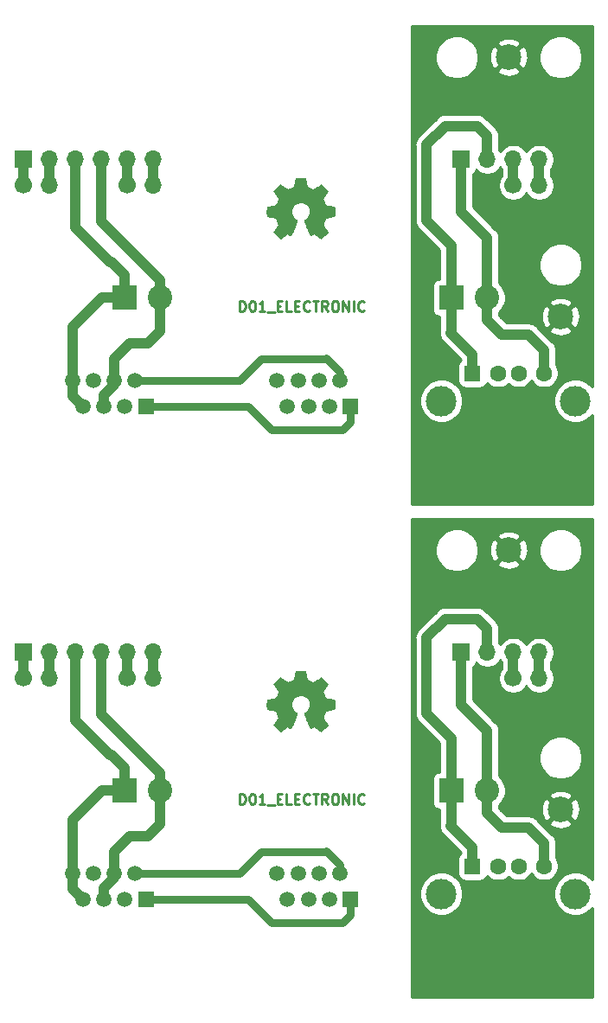
<source format=gbr>
G04 #@! TF.GenerationSoftware,KiCad,Pcbnew,5.1.5-52549c5~86~ubuntu18.04.1*
G04 #@! TF.CreationDate,2020-09-11T14:43:20-05:00*
G04 #@! TF.ProjectId,,58585858-5858-4585-9858-585858585858,rev?*
G04 #@! TF.SameCoordinates,Original*
G04 #@! TF.FileFunction,Copper,L1,Top*
G04 #@! TF.FilePolarity,Positive*
%FSLAX46Y46*%
G04 Gerber Fmt 4.6, Leading zero omitted, Abs format (unit mm)*
G04 Created by KiCad (PCBNEW 5.1.5-52549c5~86~ubuntu18.04.1) date 2020-09-11 14:43:20*
%MOMM*%
%LPD*%
G04 APERTURE LIST*
%ADD10C,0.250000*%
%ADD11C,0.010000*%
%ADD12R,1.700000X1.700000*%
%ADD13O,1.700000X1.700000*%
%ADD14C,2.499360*%
%ADD15C,1.700000*%
%ADD16R,1.520000X1.520000*%
%ADD17C,1.520000*%
%ADD18R,2.400000X2.400000*%
%ADD19C,2.400000*%
%ADD20C,3.000000*%
%ADD21R,1.600000X1.600000*%
%ADD22C,1.600000*%
%ADD23C,0.750000*%
%ADD24C,1.000000*%
%ADD25C,0.254000*%
G04 APERTURE END LIST*
D10*
X135635171Y-111907580D02*
X135635171Y-110907580D01*
X135873266Y-110907580D01*
X136016123Y-110955200D01*
X136111361Y-111050438D01*
X136158980Y-111145676D01*
X136206600Y-111336152D01*
X136206600Y-111479009D01*
X136158980Y-111669485D01*
X136111361Y-111764723D01*
X136016123Y-111859961D01*
X135873266Y-111907580D01*
X135635171Y-111907580D01*
X136825647Y-110907580D02*
X136920885Y-110907580D01*
X137016123Y-110955200D01*
X137063742Y-111002819D01*
X137111361Y-111098057D01*
X137158980Y-111288533D01*
X137158980Y-111526628D01*
X137111361Y-111717104D01*
X137063742Y-111812342D01*
X137016123Y-111859961D01*
X136920885Y-111907580D01*
X136825647Y-111907580D01*
X136730409Y-111859961D01*
X136682790Y-111812342D01*
X136635171Y-111717104D01*
X136587552Y-111526628D01*
X136587552Y-111288533D01*
X136635171Y-111098057D01*
X136682790Y-111002819D01*
X136730409Y-110955200D01*
X136825647Y-110907580D01*
X138111361Y-111907580D02*
X137539933Y-111907580D01*
X137825647Y-111907580D02*
X137825647Y-110907580D01*
X137730409Y-111050438D01*
X137635171Y-111145676D01*
X137539933Y-111193295D01*
X138301838Y-112002819D02*
X139063742Y-112002819D01*
X139301838Y-111383771D02*
X139635171Y-111383771D01*
X139778028Y-111907580D02*
X139301838Y-111907580D01*
X139301838Y-110907580D01*
X139778028Y-110907580D01*
X140682790Y-111907580D02*
X140206600Y-111907580D01*
X140206600Y-110907580D01*
X141016123Y-111383771D02*
X141349457Y-111383771D01*
X141492314Y-111907580D02*
X141016123Y-111907580D01*
X141016123Y-110907580D01*
X141492314Y-110907580D01*
X142492314Y-111812342D02*
X142444695Y-111859961D01*
X142301838Y-111907580D01*
X142206600Y-111907580D01*
X142063742Y-111859961D01*
X141968504Y-111764723D01*
X141920885Y-111669485D01*
X141873266Y-111479009D01*
X141873266Y-111336152D01*
X141920885Y-111145676D01*
X141968504Y-111050438D01*
X142063742Y-110955200D01*
X142206600Y-110907580D01*
X142301838Y-110907580D01*
X142444695Y-110955200D01*
X142492314Y-111002819D01*
X142778028Y-110907580D02*
X143349457Y-110907580D01*
X143063742Y-111907580D02*
X143063742Y-110907580D01*
X144254219Y-111907580D02*
X143920885Y-111431390D01*
X143682790Y-111907580D02*
X143682790Y-110907580D01*
X144063742Y-110907580D01*
X144158980Y-110955200D01*
X144206600Y-111002819D01*
X144254219Y-111098057D01*
X144254219Y-111240914D01*
X144206600Y-111336152D01*
X144158980Y-111383771D01*
X144063742Y-111431390D01*
X143682790Y-111431390D01*
X144873266Y-110907580D02*
X145063742Y-110907580D01*
X145158980Y-110955200D01*
X145254219Y-111050438D01*
X145301838Y-111240914D01*
X145301838Y-111574247D01*
X145254219Y-111764723D01*
X145158980Y-111859961D01*
X145063742Y-111907580D01*
X144873266Y-111907580D01*
X144778028Y-111859961D01*
X144682790Y-111764723D01*
X144635171Y-111574247D01*
X144635171Y-111240914D01*
X144682790Y-111050438D01*
X144778028Y-110955200D01*
X144873266Y-110907580D01*
X145730409Y-111907580D02*
X145730409Y-110907580D01*
X146301838Y-111907580D01*
X146301838Y-110907580D01*
X146778028Y-111907580D02*
X146778028Y-110907580D01*
X147825647Y-111812342D02*
X147778028Y-111859961D01*
X147635171Y-111907580D01*
X147539933Y-111907580D01*
X147397076Y-111859961D01*
X147301838Y-111764723D01*
X147254219Y-111669485D01*
X147206600Y-111479009D01*
X147206600Y-111336152D01*
X147254219Y-111145676D01*
X147301838Y-111050438D01*
X147397076Y-110955200D01*
X147539933Y-110907580D01*
X147635171Y-110907580D01*
X147778028Y-110955200D01*
X147825647Y-111002819D01*
X135635171Y-63647580D02*
X135635171Y-62647580D01*
X135873266Y-62647580D01*
X136016123Y-62695200D01*
X136111361Y-62790438D01*
X136158980Y-62885676D01*
X136206600Y-63076152D01*
X136206600Y-63219009D01*
X136158980Y-63409485D01*
X136111361Y-63504723D01*
X136016123Y-63599961D01*
X135873266Y-63647580D01*
X135635171Y-63647580D01*
X136825647Y-62647580D02*
X136920885Y-62647580D01*
X137016123Y-62695200D01*
X137063742Y-62742819D01*
X137111361Y-62838057D01*
X137158980Y-63028533D01*
X137158980Y-63266628D01*
X137111361Y-63457104D01*
X137063742Y-63552342D01*
X137016123Y-63599961D01*
X136920885Y-63647580D01*
X136825647Y-63647580D01*
X136730409Y-63599961D01*
X136682790Y-63552342D01*
X136635171Y-63457104D01*
X136587552Y-63266628D01*
X136587552Y-63028533D01*
X136635171Y-62838057D01*
X136682790Y-62742819D01*
X136730409Y-62695200D01*
X136825647Y-62647580D01*
X138111361Y-63647580D02*
X137539933Y-63647580D01*
X137825647Y-63647580D02*
X137825647Y-62647580D01*
X137730409Y-62790438D01*
X137635171Y-62885676D01*
X137539933Y-62933295D01*
X138301838Y-63742819D02*
X139063742Y-63742819D01*
X139301838Y-63123771D02*
X139635171Y-63123771D01*
X139778028Y-63647580D02*
X139301838Y-63647580D01*
X139301838Y-62647580D01*
X139778028Y-62647580D01*
X140682790Y-63647580D02*
X140206600Y-63647580D01*
X140206600Y-62647580D01*
X141016123Y-63123771D02*
X141349457Y-63123771D01*
X141492314Y-63647580D02*
X141016123Y-63647580D01*
X141016123Y-62647580D01*
X141492314Y-62647580D01*
X142492314Y-63552342D02*
X142444695Y-63599961D01*
X142301838Y-63647580D01*
X142206600Y-63647580D01*
X142063742Y-63599961D01*
X141968504Y-63504723D01*
X141920885Y-63409485D01*
X141873266Y-63219009D01*
X141873266Y-63076152D01*
X141920885Y-62885676D01*
X141968504Y-62790438D01*
X142063742Y-62695200D01*
X142206600Y-62647580D01*
X142301838Y-62647580D01*
X142444695Y-62695200D01*
X142492314Y-62742819D01*
X142778028Y-62647580D02*
X143349457Y-62647580D01*
X143063742Y-63647580D02*
X143063742Y-62647580D01*
X144254219Y-63647580D02*
X143920885Y-63171390D01*
X143682790Y-63647580D02*
X143682790Y-62647580D01*
X144063742Y-62647580D01*
X144158980Y-62695200D01*
X144206600Y-62742819D01*
X144254219Y-62838057D01*
X144254219Y-62980914D01*
X144206600Y-63076152D01*
X144158980Y-63123771D01*
X144063742Y-63171390D01*
X143682790Y-63171390D01*
X144873266Y-62647580D02*
X145063742Y-62647580D01*
X145158980Y-62695200D01*
X145254219Y-62790438D01*
X145301838Y-62980914D01*
X145301838Y-63314247D01*
X145254219Y-63504723D01*
X145158980Y-63599961D01*
X145063742Y-63647580D01*
X144873266Y-63647580D01*
X144778028Y-63599961D01*
X144682790Y-63504723D01*
X144635171Y-63314247D01*
X144635171Y-62980914D01*
X144682790Y-62790438D01*
X144778028Y-62695200D01*
X144873266Y-62647580D01*
X145730409Y-63647580D02*
X145730409Y-62647580D01*
X146301838Y-63647580D01*
X146301838Y-62647580D01*
X146778028Y-63647580D02*
X146778028Y-62647580D01*
X147825647Y-63552342D02*
X147778028Y-63599961D01*
X147635171Y-63647580D01*
X147539933Y-63647580D01*
X147397076Y-63599961D01*
X147301838Y-63504723D01*
X147254219Y-63409485D01*
X147206600Y-63219009D01*
X147206600Y-63076152D01*
X147254219Y-62885676D01*
X147301838Y-62790438D01*
X147397076Y-62695200D01*
X147539933Y-62647580D01*
X147635171Y-62647580D01*
X147778028Y-62695200D01*
X147825647Y-62742819D01*
D11*
G36*
X142135414Y-99322931D02*
G01*
X142219235Y-99767555D01*
X142528520Y-99895053D01*
X142837806Y-100022551D01*
X143208846Y-99770246D01*
X143312757Y-99699996D01*
X143406687Y-99637272D01*
X143486252Y-99584938D01*
X143547070Y-99545857D01*
X143584757Y-99522893D01*
X143595021Y-99517942D01*
X143613510Y-99530676D01*
X143653020Y-99565882D01*
X143709122Y-99619062D01*
X143777387Y-99685718D01*
X143853386Y-99761354D01*
X143932692Y-99841472D01*
X144010875Y-99921574D01*
X144083507Y-99997164D01*
X144146159Y-100063745D01*
X144194403Y-100116818D01*
X144223810Y-100151887D01*
X144230841Y-100163623D01*
X144220723Y-100185260D01*
X144192359Y-100232662D01*
X144148729Y-100301193D01*
X144092818Y-100386215D01*
X144027606Y-100483093D01*
X143989819Y-100538350D01*
X143920943Y-100639248D01*
X143859740Y-100730299D01*
X143809178Y-100806970D01*
X143772228Y-100864728D01*
X143751858Y-100899043D01*
X143748797Y-100906254D01*
X143755736Y-100926748D01*
X143774651Y-100974513D01*
X143802687Y-101042832D01*
X143836991Y-101124989D01*
X143874709Y-101214270D01*
X143912987Y-101303958D01*
X143948970Y-101387338D01*
X143979806Y-101457694D01*
X144002639Y-101508310D01*
X144014617Y-101532471D01*
X144015324Y-101533422D01*
X144034131Y-101538036D01*
X144084218Y-101548328D01*
X144160393Y-101563287D01*
X144257465Y-101581901D01*
X144370243Y-101603159D01*
X144436042Y-101615418D01*
X144556550Y-101638362D01*
X144665397Y-101660195D01*
X144757076Y-101679722D01*
X144826081Y-101695748D01*
X144866904Y-101707079D01*
X144875111Y-101710674D01*
X144883148Y-101735006D01*
X144889633Y-101789959D01*
X144894570Y-101869108D01*
X144897964Y-101966026D01*
X144899818Y-102074287D01*
X144900138Y-102187465D01*
X144898927Y-102299135D01*
X144896190Y-102402868D01*
X144891931Y-102492241D01*
X144886155Y-102560826D01*
X144878867Y-102602197D01*
X144874495Y-102610810D01*
X144848364Y-102621133D01*
X144792993Y-102635892D01*
X144715707Y-102653352D01*
X144623830Y-102671780D01*
X144591758Y-102677741D01*
X144437124Y-102706066D01*
X144314975Y-102728876D01*
X144221273Y-102747080D01*
X144151984Y-102761583D01*
X144103071Y-102773292D01*
X144070497Y-102783115D01*
X144050228Y-102791956D01*
X144038226Y-102800724D01*
X144036547Y-102802457D01*
X144019784Y-102830371D01*
X143994214Y-102884695D01*
X143962388Y-102958777D01*
X143926860Y-103045965D01*
X143890183Y-103139608D01*
X143854911Y-103233052D01*
X143823596Y-103319647D01*
X143798793Y-103392740D01*
X143783054Y-103445678D01*
X143778932Y-103471811D01*
X143779276Y-103472726D01*
X143793241Y-103494086D01*
X143824922Y-103541084D01*
X143870991Y-103608827D01*
X143928118Y-103692423D01*
X143992973Y-103786982D01*
X144011443Y-103813854D01*
X144077299Y-103911275D01*
X144135250Y-104000163D01*
X144182138Y-104075412D01*
X144214807Y-104131920D01*
X144230100Y-104164581D01*
X144230841Y-104168593D01*
X144217992Y-104189684D01*
X144182488Y-104231464D01*
X144128893Y-104289445D01*
X144061771Y-104359135D01*
X143985687Y-104436045D01*
X143905204Y-104515683D01*
X143824887Y-104593561D01*
X143749299Y-104665186D01*
X143683005Y-104726070D01*
X143630569Y-104771721D01*
X143596555Y-104797650D01*
X143587145Y-104801883D01*
X143565243Y-104791912D01*
X143520400Y-104765020D01*
X143459921Y-104725736D01*
X143413389Y-104694117D01*
X143329075Y-104636098D01*
X143229226Y-104567784D01*
X143129073Y-104499579D01*
X143075227Y-104463075D01*
X142892971Y-104339800D01*
X142739981Y-104422520D01*
X142670282Y-104458759D01*
X142611014Y-104486926D01*
X142570911Y-104502991D01*
X142560703Y-104505226D01*
X142548429Y-104488722D01*
X142524213Y-104442082D01*
X142489863Y-104369609D01*
X142447188Y-104275606D01*
X142397994Y-104164374D01*
X142344090Y-104040215D01*
X142287284Y-103907432D01*
X142229382Y-103770327D01*
X142172193Y-103633202D01*
X142117524Y-103500358D01*
X142067184Y-103376098D01*
X142022980Y-103264725D01*
X141986719Y-103170539D01*
X141960209Y-103097844D01*
X141945258Y-103050941D01*
X141942854Y-103034833D01*
X141961911Y-103014286D01*
X142003636Y-102980933D01*
X142059306Y-102941702D01*
X142063978Y-102938599D01*
X142207864Y-102823423D01*
X142323883Y-102689053D01*
X142411030Y-102539784D01*
X142468299Y-102379913D01*
X142494686Y-102213737D01*
X142489185Y-102045552D01*
X142450790Y-101879655D01*
X142378495Y-101720342D01*
X142357226Y-101685487D01*
X142246596Y-101544737D01*
X142115902Y-101431714D01*
X141969664Y-101347003D01*
X141812408Y-101291194D01*
X141648657Y-101264874D01*
X141482933Y-101268630D01*
X141319762Y-101303050D01*
X141163665Y-101368723D01*
X141019167Y-101466235D01*
X140974469Y-101505813D01*
X140860712Y-101629703D01*
X140777818Y-101760124D01*
X140720956Y-101906315D01*
X140689287Y-102051088D01*
X140681469Y-102213860D01*
X140707538Y-102377440D01*
X140764845Y-102536298D01*
X140850744Y-102684906D01*
X140962586Y-102817735D01*
X141097723Y-102929256D01*
X141115483Y-102941011D01*
X141171750Y-102979508D01*
X141214523Y-103012863D01*
X141234972Y-103034160D01*
X141235269Y-103034833D01*
X141230879Y-103057871D01*
X141213476Y-103110157D01*
X141184868Y-103187390D01*
X141146865Y-103285268D01*
X141101274Y-103399491D01*
X141049903Y-103525758D01*
X140994562Y-103659767D01*
X140937058Y-103797218D01*
X140879201Y-103933808D01*
X140822798Y-104065237D01*
X140769658Y-104187205D01*
X140721590Y-104295409D01*
X140680401Y-104385549D01*
X140647901Y-104453323D01*
X140625897Y-104494430D01*
X140617036Y-104505226D01*
X140589960Y-104496819D01*
X140539297Y-104474272D01*
X140473783Y-104441613D01*
X140437759Y-104422520D01*
X140284768Y-104339800D01*
X140102512Y-104463075D01*
X140009475Y-104526228D01*
X139907615Y-104595727D01*
X139812162Y-104661165D01*
X139764350Y-104694117D01*
X139697105Y-104739273D01*
X139640164Y-104775057D01*
X139600954Y-104796938D01*
X139588219Y-104801563D01*
X139569683Y-104789085D01*
X139528659Y-104754252D01*
X139469125Y-104700678D01*
X139395058Y-104631983D01*
X139310435Y-104551781D01*
X139256915Y-104500286D01*
X139163281Y-104408286D01*
X139082359Y-104325999D01*
X139017423Y-104256945D01*
X138971742Y-104204644D01*
X138948589Y-104172616D01*
X138946368Y-104166116D01*
X138956676Y-104141394D01*
X138985161Y-104091405D01*
X139028663Y-104021212D01*
X139084023Y-103935875D01*
X139148080Y-103840456D01*
X139166297Y-103813854D01*
X139232673Y-103717167D01*
X139292222Y-103630117D01*
X139341616Y-103557595D01*
X139377525Y-103504493D01*
X139396619Y-103475703D01*
X139398464Y-103472726D01*
X139395705Y-103449782D01*
X139381062Y-103399336D01*
X139357087Y-103328041D01*
X139326334Y-103242547D01*
X139291356Y-103149507D01*
X139254707Y-103055574D01*
X139218939Y-102967399D01*
X139186606Y-102891634D01*
X139160262Y-102834931D01*
X139142458Y-102803943D01*
X139141193Y-102802457D01*
X139130306Y-102793601D01*
X139111918Y-102784843D01*
X139081994Y-102775277D01*
X139036497Y-102763996D01*
X138971391Y-102750093D01*
X138882639Y-102732663D01*
X138766207Y-102710798D01*
X138618058Y-102683591D01*
X138585982Y-102677741D01*
X138490914Y-102659374D01*
X138408035Y-102641405D01*
X138344670Y-102625569D01*
X138308142Y-102613600D01*
X138303244Y-102610810D01*
X138295173Y-102586072D01*
X138288613Y-102530790D01*
X138283567Y-102451389D01*
X138280041Y-102354296D01*
X138278039Y-102245938D01*
X138277564Y-102132740D01*
X138278623Y-102021128D01*
X138281218Y-101917529D01*
X138285354Y-101828368D01*
X138291037Y-101760072D01*
X138298269Y-101719066D01*
X138302629Y-101710674D01*
X138326902Y-101702208D01*
X138382174Y-101688435D01*
X138462938Y-101670550D01*
X138563688Y-101649748D01*
X138678917Y-101627223D01*
X138741698Y-101615418D01*
X138860813Y-101593151D01*
X138967035Y-101572979D01*
X139055173Y-101555915D01*
X139120034Y-101542969D01*
X139156426Y-101535155D01*
X139162416Y-101533422D01*
X139172539Y-101513890D01*
X139193938Y-101466843D01*
X139223761Y-101399003D01*
X139259155Y-101317091D01*
X139297268Y-101227828D01*
X139335247Y-101137935D01*
X139370240Y-101054135D01*
X139399394Y-100983147D01*
X139419857Y-100931694D01*
X139428777Y-100906497D01*
X139428943Y-100905396D01*
X139418831Y-100885519D01*
X139390483Y-100839777D01*
X139346877Y-100772717D01*
X139290994Y-100688884D01*
X139225813Y-100592826D01*
X139187921Y-100537650D01*
X139118875Y-100436481D01*
X139057550Y-100344630D01*
X139006937Y-100266744D01*
X138970029Y-100207469D01*
X138949818Y-100171451D01*
X138946899Y-100163377D01*
X138959447Y-100144584D01*
X138994137Y-100104457D01*
X139046537Y-100047493D01*
X139112216Y-99978185D01*
X139186744Y-99901031D01*
X139265687Y-99820525D01*
X139344617Y-99741163D01*
X139419100Y-99667440D01*
X139484706Y-99603852D01*
X139537004Y-99554894D01*
X139571561Y-99525061D01*
X139583122Y-99517942D01*
X139601946Y-99527953D01*
X139646969Y-99556078D01*
X139713813Y-99599454D01*
X139798101Y-99655218D01*
X139895456Y-99720506D01*
X139968893Y-99770246D01*
X140339933Y-100022551D01*
X140958505Y-99767555D01*
X141042325Y-99322931D01*
X141126146Y-98878307D01*
X142051594Y-98878307D01*
X142135414Y-99322931D01*
G37*
X142135414Y-99322931D02*
X142219235Y-99767555D01*
X142528520Y-99895053D01*
X142837806Y-100022551D01*
X143208846Y-99770246D01*
X143312757Y-99699996D01*
X143406687Y-99637272D01*
X143486252Y-99584938D01*
X143547070Y-99545857D01*
X143584757Y-99522893D01*
X143595021Y-99517942D01*
X143613510Y-99530676D01*
X143653020Y-99565882D01*
X143709122Y-99619062D01*
X143777387Y-99685718D01*
X143853386Y-99761354D01*
X143932692Y-99841472D01*
X144010875Y-99921574D01*
X144083507Y-99997164D01*
X144146159Y-100063745D01*
X144194403Y-100116818D01*
X144223810Y-100151887D01*
X144230841Y-100163623D01*
X144220723Y-100185260D01*
X144192359Y-100232662D01*
X144148729Y-100301193D01*
X144092818Y-100386215D01*
X144027606Y-100483093D01*
X143989819Y-100538350D01*
X143920943Y-100639248D01*
X143859740Y-100730299D01*
X143809178Y-100806970D01*
X143772228Y-100864728D01*
X143751858Y-100899043D01*
X143748797Y-100906254D01*
X143755736Y-100926748D01*
X143774651Y-100974513D01*
X143802687Y-101042832D01*
X143836991Y-101124989D01*
X143874709Y-101214270D01*
X143912987Y-101303958D01*
X143948970Y-101387338D01*
X143979806Y-101457694D01*
X144002639Y-101508310D01*
X144014617Y-101532471D01*
X144015324Y-101533422D01*
X144034131Y-101538036D01*
X144084218Y-101548328D01*
X144160393Y-101563287D01*
X144257465Y-101581901D01*
X144370243Y-101603159D01*
X144436042Y-101615418D01*
X144556550Y-101638362D01*
X144665397Y-101660195D01*
X144757076Y-101679722D01*
X144826081Y-101695748D01*
X144866904Y-101707079D01*
X144875111Y-101710674D01*
X144883148Y-101735006D01*
X144889633Y-101789959D01*
X144894570Y-101869108D01*
X144897964Y-101966026D01*
X144899818Y-102074287D01*
X144900138Y-102187465D01*
X144898927Y-102299135D01*
X144896190Y-102402868D01*
X144891931Y-102492241D01*
X144886155Y-102560826D01*
X144878867Y-102602197D01*
X144874495Y-102610810D01*
X144848364Y-102621133D01*
X144792993Y-102635892D01*
X144715707Y-102653352D01*
X144623830Y-102671780D01*
X144591758Y-102677741D01*
X144437124Y-102706066D01*
X144314975Y-102728876D01*
X144221273Y-102747080D01*
X144151984Y-102761583D01*
X144103071Y-102773292D01*
X144070497Y-102783115D01*
X144050228Y-102791956D01*
X144038226Y-102800724D01*
X144036547Y-102802457D01*
X144019784Y-102830371D01*
X143994214Y-102884695D01*
X143962388Y-102958777D01*
X143926860Y-103045965D01*
X143890183Y-103139608D01*
X143854911Y-103233052D01*
X143823596Y-103319647D01*
X143798793Y-103392740D01*
X143783054Y-103445678D01*
X143778932Y-103471811D01*
X143779276Y-103472726D01*
X143793241Y-103494086D01*
X143824922Y-103541084D01*
X143870991Y-103608827D01*
X143928118Y-103692423D01*
X143992973Y-103786982D01*
X144011443Y-103813854D01*
X144077299Y-103911275D01*
X144135250Y-104000163D01*
X144182138Y-104075412D01*
X144214807Y-104131920D01*
X144230100Y-104164581D01*
X144230841Y-104168593D01*
X144217992Y-104189684D01*
X144182488Y-104231464D01*
X144128893Y-104289445D01*
X144061771Y-104359135D01*
X143985687Y-104436045D01*
X143905204Y-104515683D01*
X143824887Y-104593561D01*
X143749299Y-104665186D01*
X143683005Y-104726070D01*
X143630569Y-104771721D01*
X143596555Y-104797650D01*
X143587145Y-104801883D01*
X143565243Y-104791912D01*
X143520400Y-104765020D01*
X143459921Y-104725736D01*
X143413389Y-104694117D01*
X143329075Y-104636098D01*
X143229226Y-104567784D01*
X143129073Y-104499579D01*
X143075227Y-104463075D01*
X142892971Y-104339800D01*
X142739981Y-104422520D01*
X142670282Y-104458759D01*
X142611014Y-104486926D01*
X142570911Y-104502991D01*
X142560703Y-104505226D01*
X142548429Y-104488722D01*
X142524213Y-104442082D01*
X142489863Y-104369609D01*
X142447188Y-104275606D01*
X142397994Y-104164374D01*
X142344090Y-104040215D01*
X142287284Y-103907432D01*
X142229382Y-103770327D01*
X142172193Y-103633202D01*
X142117524Y-103500358D01*
X142067184Y-103376098D01*
X142022980Y-103264725D01*
X141986719Y-103170539D01*
X141960209Y-103097844D01*
X141945258Y-103050941D01*
X141942854Y-103034833D01*
X141961911Y-103014286D01*
X142003636Y-102980933D01*
X142059306Y-102941702D01*
X142063978Y-102938599D01*
X142207864Y-102823423D01*
X142323883Y-102689053D01*
X142411030Y-102539784D01*
X142468299Y-102379913D01*
X142494686Y-102213737D01*
X142489185Y-102045552D01*
X142450790Y-101879655D01*
X142378495Y-101720342D01*
X142357226Y-101685487D01*
X142246596Y-101544737D01*
X142115902Y-101431714D01*
X141969664Y-101347003D01*
X141812408Y-101291194D01*
X141648657Y-101264874D01*
X141482933Y-101268630D01*
X141319762Y-101303050D01*
X141163665Y-101368723D01*
X141019167Y-101466235D01*
X140974469Y-101505813D01*
X140860712Y-101629703D01*
X140777818Y-101760124D01*
X140720956Y-101906315D01*
X140689287Y-102051088D01*
X140681469Y-102213860D01*
X140707538Y-102377440D01*
X140764845Y-102536298D01*
X140850744Y-102684906D01*
X140962586Y-102817735D01*
X141097723Y-102929256D01*
X141115483Y-102941011D01*
X141171750Y-102979508D01*
X141214523Y-103012863D01*
X141234972Y-103034160D01*
X141235269Y-103034833D01*
X141230879Y-103057871D01*
X141213476Y-103110157D01*
X141184868Y-103187390D01*
X141146865Y-103285268D01*
X141101274Y-103399491D01*
X141049903Y-103525758D01*
X140994562Y-103659767D01*
X140937058Y-103797218D01*
X140879201Y-103933808D01*
X140822798Y-104065237D01*
X140769658Y-104187205D01*
X140721590Y-104295409D01*
X140680401Y-104385549D01*
X140647901Y-104453323D01*
X140625897Y-104494430D01*
X140617036Y-104505226D01*
X140589960Y-104496819D01*
X140539297Y-104474272D01*
X140473783Y-104441613D01*
X140437759Y-104422520D01*
X140284768Y-104339800D01*
X140102512Y-104463075D01*
X140009475Y-104526228D01*
X139907615Y-104595727D01*
X139812162Y-104661165D01*
X139764350Y-104694117D01*
X139697105Y-104739273D01*
X139640164Y-104775057D01*
X139600954Y-104796938D01*
X139588219Y-104801563D01*
X139569683Y-104789085D01*
X139528659Y-104754252D01*
X139469125Y-104700678D01*
X139395058Y-104631983D01*
X139310435Y-104551781D01*
X139256915Y-104500286D01*
X139163281Y-104408286D01*
X139082359Y-104325999D01*
X139017423Y-104256945D01*
X138971742Y-104204644D01*
X138948589Y-104172616D01*
X138946368Y-104166116D01*
X138956676Y-104141394D01*
X138985161Y-104091405D01*
X139028663Y-104021212D01*
X139084023Y-103935875D01*
X139148080Y-103840456D01*
X139166297Y-103813854D01*
X139232673Y-103717167D01*
X139292222Y-103630117D01*
X139341616Y-103557595D01*
X139377525Y-103504493D01*
X139396619Y-103475703D01*
X139398464Y-103472726D01*
X139395705Y-103449782D01*
X139381062Y-103399336D01*
X139357087Y-103328041D01*
X139326334Y-103242547D01*
X139291356Y-103149507D01*
X139254707Y-103055574D01*
X139218939Y-102967399D01*
X139186606Y-102891634D01*
X139160262Y-102834931D01*
X139142458Y-102803943D01*
X139141193Y-102802457D01*
X139130306Y-102793601D01*
X139111918Y-102784843D01*
X139081994Y-102775277D01*
X139036497Y-102763996D01*
X138971391Y-102750093D01*
X138882639Y-102732663D01*
X138766207Y-102710798D01*
X138618058Y-102683591D01*
X138585982Y-102677741D01*
X138490914Y-102659374D01*
X138408035Y-102641405D01*
X138344670Y-102625569D01*
X138308142Y-102613600D01*
X138303244Y-102610810D01*
X138295173Y-102586072D01*
X138288613Y-102530790D01*
X138283567Y-102451389D01*
X138280041Y-102354296D01*
X138278039Y-102245938D01*
X138277564Y-102132740D01*
X138278623Y-102021128D01*
X138281218Y-101917529D01*
X138285354Y-101828368D01*
X138291037Y-101760072D01*
X138298269Y-101719066D01*
X138302629Y-101710674D01*
X138326902Y-101702208D01*
X138382174Y-101688435D01*
X138462938Y-101670550D01*
X138563688Y-101649748D01*
X138678917Y-101627223D01*
X138741698Y-101615418D01*
X138860813Y-101593151D01*
X138967035Y-101572979D01*
X139055173Y-101555915D01*
X139120034Y-101542969D01*
X139156426Y-101535155D01*
X139162416Y-101533422D01*
X139172539Y-101513890D01*
X139193938Y-101466843D01*
X139223761Y-101399003D01*
X139259155Y-101317091D01*
X139297268Y-101227828D01*
X139335247Y-101137935D01*
X139370240Y-101054135D01*
X139399394Y-100983147D01*
X139419857Y-100931694D01*
X139428777Y-100906497D01*
X139428943Y-100905396D01*
X139418831Y-100885519D01*
X139390483Y-100839777D01*
X139346877Y-100772717D01*
X139290994Y-100688884D01*
X139225813Y-100592826D01*
X139187921Y-100537650D01*
X139118875Y-100436481D01*
X139057550Y-100344630D01*
X139006937Y-100266744D01*
X138970029Y-100207469D01*
X138949818Y-100171451D01*
X138946899Y-100163377D01*
X138959447Y-100144584D01*
X138994137Y-100104457D01*
X139046537Y-100047493D01*
X139112216Y-99978185D01*
X139186744Y-99901031D01*
X139265687Y-99820525D01*
X139344617Y-99741163D01*
X139419100Y-99667440D01*
X139484706Y-99603852D01*
X139537004Y-99554894D01*
X139571561Y-99525061D01*
X139583122Y-99517942D01*
X139601946Y-99527953D01*
X139646969Y-99556078D01*
X139713813Y-99599454D01*
X139798101Y-99655218D01*
X139895456Y-99720506D01*
X139968893Y-99770246D01*
X140339933Y-100022551D01*
X140958505Y-99767555D01*
X141042325Y-99322931D01*
X141126146Y-98878307D01*
X142051594Y-98878307D01*
X142135414Y-99322931D01*
G36*
X142135414Y-51062931D02*
G01*
X142219235Y-51507555D01*
X142528520Y-51635053D01*
X142837806Y-51762551D01*
X143208846Y-51510246D01*
X143312757Y-51439996D01*
X143406687Y-51377272D01*
X143486252Y-51324938D01*
X143547070Y-51285857D01*
X143584757Y-51262893D01*
X143595021Y-51257942D01*
X143613510Y-51270676D01*
X143653020Y-51305882D01*
X143709122Y-51359062D01*
X143777387Y-51425718D01*
X143853386Y-51501354D01*
X143932692Y-51581472D01*
X144010875Y-51661574D01*
X144083507Y-51737164D01*
X144146159Y-51803745D01*
X144194403Y-51856818D01*
X144223810Y-51891887D01*
X144230841Y-51903623D01*
X144220723Y-51925260D01*
X144192359Y-51972662D01*
X144148729Y-52041193D01*
X144092818Y-52126215D01*
X144027606Y-52223093D01*
X143989819Y-52278350D01*
X143920943Y-52379248D01*
X143859740Y-52470299D01*
X143809178Y-52546970D01*
X143772228Y-52604728D01*
X143751858Y-52639043D01*
X143748797Y-52646254D01*
X143755736Y-52666748D01*
X143774651Y-52714513D01*
X143802687Y-52782832D01*
X143836991Y-52864989D01*
X143874709Y-52954270D01*
X143912987Y-53043958D01*
X143948970Y-53127338D01*
X143979806Y-53197694D01*
X144002639Y-53248310D01*
X144014617Y-53272471D01*
X144015324Y-53273422D01*
X144034131Y-53278036D01*
X144084218Y-53288328D01*
X144160393Y-53303287D01*
X144257465Y-53321901D01*
X144370243Y-53343159D01*
X144436042Y-53355418D01*
X144556550Y-53378362D01*
X144665397Y-53400195D01*
X144757076Y-53419722D01*
X144826081Y-53435748D01*
X144866904Y-53447079D01*
X144875111Y-53450674D01*
X144883148Y-53475006D01*
X144889633Y-53529959D01*
X144894570Y-53609108D01*
X144897964Y-53706026D01*
X144899818Y-53814287D01*
X144900138Y-53927465D01*
X144898927Y-54039135D01*
X144896190Y-54142868D01*
X144891931Y-54232241D01*
X144886155Y-54300826D01*
X144878867Y-54342197D01*
X144874495Y-54350810D01*
X144848364Y-54361133D01*
X144792993Y-54375892D01*
X144715707Y-54393352D01*
X144623830Y-54411780D01*
X144591758Y-54417741D01*
X144437124Y-54446066D01*
X144314975Y-54468876D01*
X144221273Y-54487080D01*
X144151984Y-54501583D01*
X144103071Y-54513292D01*
X144070497Y-54523115D01*
X144050228Y-54531956D01*
X144038226Y-54540724D01*
X144036547Y-54542457D01*
X144019784Y-54570371D01*
X143994214Y-54624695D01*
X143962388Y-54698777D01*
X143926860Y-54785965D01*
X143890183Y-54879608D01*
X143854911Y-54973052D01*
X143823596Y-55059647D01*
X143798793Y-55132740D01*
X143783054Y-55185678D01*
X143778932Y-55211811D01*
X143779276Y-55212726D01*
X143793241Y-55234086D01*
X143824922Y-55281084D01*
X143870991Y-55348827D01*
X143928118Y-55432423D01*
X143992973Y-55526982D01*
X144011443Y-55553854D01*
X144077299Y-55651275D01*
X144135250Y-55740163D01*
X144182138Y-55815412D01*
X144214807Y-55871920D01*
X144230100Y-55904581D01*
X144230841Y-55908593D01*
X144217992Y-55929684D01*
X144182488Y-55971464D01*
X144128893Y-56029445D01*
X144061771Y-56099135D01*
X143985687Y-56176045D01*
X143905204Y-56255683D01*
X143824887Y-56333561D01*
X143749299Y-56405186D01*
X143683005Y-56466070D01*
X143630569Y-56511721D01*
X143596555Y-56537650D01*
X143587145Y-56541883D01*
X143565243Y-56531912D01*
X143520400Y-56505020D01*
X143459921Y-56465736D01*
X143413389Y-56434117D01*
X143329075Y-56376098D01*
X143229226Y-56307784D01*
X143129073Y-56239579D01*
X143075227Y-56203075D01*
X142892971Y-56079800D01*
X142739981Y-56162520D01*
X142670282Y-56198759D01*
X142611014Y-56226926D01*
X142570911Y-56242991D01*
X142560703Y-56245226D01*
X142548429Y-56228722D01*
X142524213Y-56182082D01*
X142489863Y-56109609D01*
X142447188Y-56015606D01*
X142397994Y-55904374D01*
X142344090Y-55780215D01*
X142287284Y-55647432D01*
X142229382Y-55510327D01*
X142172193Y-55373202D01*
X142117524Y-55240358D01*
X142067184Y-55116098D01*
X142022980Y-55004725D01*
X141986719Y-54910539D01*
X141960209Y-54837844D01*
X141945258Y-54790941D01*
X141942854Y-54774833D01*
X141961911Y-54754286D01*
X142003636Y-54720933D01*
X142059306Y-54681702D01*
X142063978Y-54678599D01*
X142207864Y-54563423D01*
X142323883Y-54429053D01*
X142411030Y-54279784D01*
X142468299Y-54119913D01*
X142494686Y-53953737D01*
X142489185Y-53785552D01*
X142450790Y-53619655D01*
X142378495Y-53460342D01*
X142357226Y-53425487D01*
X142246596Y-53284737D01*
X142115902Y-53171714D01*
X141969664Y-53087003D01*
X141812408Y-53031194D01*
X141648657Y-53004874D01*
X141482933Y-53008630D01*
X141319762Y-53043050D01*
X141163665Y-53108723D01*
X141019167Y-53206235D01*
X140974469Y-53245813D01*
X140860712Y-53369703D01*
X140777818Y-53500124D01*
X140720956Y-53646315D01*
X140689287Y-53791088D01*
X140681469Y-53953860D01*
X140707538Y-54117440D01*
X140764845Y-54276298D01*
X140850744Y-54424906D01*
X140962586Y-54557735D01*
X141097723Y-54669256D01*
X141115483Y-54681011D01*
X141171750Y-54719508D01*
X141214523Y-54752863D01*
X141234972Y-54774160D01*
X141235269Y-54774833D01*
X141230879Y-54797871D01*
X141213476Y-54850157D01*
X141184868Y-54927390D01*
X141146865Y-55025268D01*
X141101274Y-55139491D01*
X141049903Y-55265758D01*
X140994562Y-55399767D01*
X140937058Y-55537218D01*
X140879201Y-55673808D01*
X140822798Y-55805237D01*
X140769658Y-55927205D01*
X140721590Y-56035409D01*
X140680401Y-56125549D01*
X140647901Y-56193323D01*
X140625897Y-56234430D01*
X140617036Y-56245226D01*
X140589960Y-56236819D01*
X140539297Y-56214272D01*
X140473783Y-56181613D01*
X140437759Y-56162520D01*
X140284768Y-56079800D01*
X140102512Y-56203075D01*
X140009475Y-56266228D01*
X139907615Y-56335727D01*
X139812162Y-56401165D01*
X139764350Y-56434117D01*
X139697105Y-56479273D01*
X139640164Y-56515057D01*
X139600954Y-56536938D01*
X139588219Y-56541563D01*
X139569683Y-56529085D01*
X139528659Y-56494252D01*
X139469125Y-56440678D01*
X139395058Y-56371983D01*
X139310435Y-56291781D01*
X139256915Y-56240286D01*
X139163281Y-56148286D01*
X139082359Y-56065999D01*
X139017423Y-55996945D01*
X138971742Y-55944644D01*
X138948589Y-55912616D01*
X138946368Y-55906116D01*
X138956676Y-55881394D01*
X138985161Y-55831405D01*
X139028663Y-55761212D01*
X139084023Y-55675875D01*
X139148080Y-55580456D01*
X139166297Y-55553854D01*
X139232673Y-55457167D01*
X139292222Y-55370117D01*
X139341616Y-55297595D01*
X139377525Y-55244493D01*
X139396619Y-55215703D01*
X139398464Y-55212726D01*
X139395705Y-55189782D01*
X139381062Y-55139336D01*
X139357087Y-55068041D01*
X139326334Y-54982547D01*
X139291356Y-54889507D01*
X139254707Y-54795574D01*
X139218939Y-54707399D01*
X139186606Y-54631634D01*
X139160262Y-54574931D01*
X139142458Y-54543943D01*
X139141193Y-54542457D01*
X139130306Y-54533601D01*
X139111918Y-54524843D01*
X139081994Y-54515277D01*
X139036497Y-54503996D01*
X138971391Y-54490093D01*
X138882639Y-54472663D01*
X138766207Y-54450798D01*
X138618058Y-54423591D01*
X138585982Y-54417741D01*
X138490914Y-54399374D01*
X138408035Y-54381405D01*
X138344670Y-54365569D01*
X138308142Y-54353600D01*
X138303244Y-54350810D01*
X138295173Y-54326072D01*
X138288613Y-54270790D01*
X138283567Y-54191389D01*
X138280041Y-54094296D01*
X138278039Y-53985938D01*
X138277564Y-53872740D01*
X138278623Y-53761128D01*
X138281218Y-53657529D01*
X138285354Y-53568368D01*
X138291037Y-53500072D01*
X138298269Y-53459066D01*
X138302629Y-53450674D01*
X138326902Y-53442208D01*
X138382174Y-53428435D01*
X138462938Y-53410550D01*
X138563688Y-53389748D01*
X138678917Y-53367223D01*
X138741698Y-53355418D01*
X138860813Y-53333151D01*
X138967035Y-53312979D01*
X139055173Y-53295915D01*
X139120034Y-53282969D01*
X139156426Y-53275155D01*
X139162416Y-53273422D01*
X139172539Y-53253890D01*
X139193938Y-53206843D01*
X139223761Y-53139003D01*
X139259155Y-53057091D01*
X139297268Y-52967828D01*
X139335247Y-52877935D01*
X139370240Y-52794135D01*
X139399394Y-52723147D01*
X139419857Y-52671694D01*
X139428777Y-52646497D01*
X139428943Y-52645396D01*
X139418831Y-52625519D01*
X139390483Y-52579777D01*
X139346877Y-52512717D01*
X139290994Y-52428884D01*
X139225813Y-52332826D01*
X139187921Y-52277650D01*
X139118875Y-52176481D01*
X139057550Y-52084630D01*
X139006937Y-52006744D01*
X138970029Y-51947469D01*
X138949818Y-51911451D01*
X138946899Y-51903377D01*
X138959447Y-51884584D01*
X138994137Y-51844457D01*
X139046537Y-51787493D01*
X139112216Y-51718185D01*
X139186744Y-51641031D01*
X139265687Y-51560525D01*
X139344617Y-51481163D01*
X139419100Y-51407440D01*
X139484706Y-51343852D01*
X139537004Y-51294894D01*
X139571561Y-51265061D01*
X139583122Y-51257942D01*
X139601946Y-51267953D01*
X139646969Y-51296078D01*
X139713813Y-51339454D01*
X139798101Y-51395218D01*
X139895456Y-51460506D01*
X139968893Y-51510246D01*
X140339933Y-51762551D01*
X140958505Y-51507555D01*
X141042325Y-51062931D01*
X141126146Y-50618307D01*
X142051594Y-50618307D01*
X142135414Y-51062931D01*
G37*
X142135414Y-51062931D02*
X142219235Y-51507555D01*
X142528520Y-51635053D01*
X142837806Y-51762551D01*
X143208846Y-51510246D01*
X143312757Y-51439996D01*
X143406687Y-51377272D01*
X143486252Y-51324938D01*
X143547070Y-51285857D01*
X143584757Y-51262893D01*
X143595021Y-51257942D01*
X143613510Y-51270676D01*
X143653020Y-51305882D01*
X143709122Y-51359062D01*
X143777387Y-51425718D01*
X143853386Y-51501354D01*
X143932692Y-51581472D01*
X144010875Y-51661574D01*
X144083507Y-51737164D01*
X144146159Y-51803745D01*
X144194403Y-51856818D01*
X144223810Y-51891887D01*
X144230841Y-51903623D01*
X144220723Y-51925260D01*
X144192359Y-51972662D01*
X144148729Y-52041193D01*
X144092818Y-52126215D01*
X144027606Y-52223093D01*
X143989819Y-52278350D01*
X143920943Y-52379248D01*
X143859740Y-52470299D01*
X143809178Y-52546970D01*
X143772228Y-52604728D01*
X143751858Y-52639043D01*
X143748797Y-52646254D01*
X143755736Y-52666748D01*
X143774651Y-52714513D01*
X143802687Y-52782832D01*
X143836991Y-52864989D01*
X143874709Y-52954270D01*
X143912987Y-53043958D01*
X143948970Y-53127338D01*
X143979806Y-53197694D01*
X144002639Y-53248310D01*
X144014617Y-53272471D01*
X144015324Y-53273422D01*
X144034131Y-53278036D01*
X144084218Y-53288328D01*
X144160393Y-53303287D01*
X144257465Y-53321901D01*
X144370243Y-53343159D01*
X144436042Y-53355418D01*
X144556550Y-53378362D01*
X144665397Y-53400195D01*
X144757076Y-53419722D01*
X144826081Y-53435748D01*
X144866904Y-53447079D01*
X144875111Y-53450674D01*
X144883148Y-53475006D01*
X144889633Y-53529959D01*
X144894570Y-53609108D01*
X144897964Y-53706026D01*
X144899818Y-53814287D01*
X144900138Y-53927465D01*
X144898927Y-54039135D01*
X144896190Y-54142868D01*
X144891931Y-54232241D01*
X144886155Y-54300826D01*
X144878867Y-54342197D01*
X144874495Y-54350810D01*
X144848364Y-54361133D01*
X144792993Y-54375892D01*
X144715707Y-54393352D01*
X144623830Y-54411780D01*
X144591758Y-54417741D01*
X144437124Y-54446066D01*
X144314975Y-54468876D01*
X144221273Y-54487080D01*
X144151984Y-54501583D01*
X144103071Y-54513292D01*
X144070497Y-54523115D01*
X144050228Y-54531956D01*
X144038226Y-54540724D01*
X144036547Y-54542457D01*
X144019784Y-54570371D01*
X143994214Y-54624695D01*
X143962388Y-54698777D01*
X143926860Y-54785965D01*
X143890183Y-54879608D01*
X143854911Y-54973052D01*
X143823596Y-55059647D01*
X143798793Y-55132740D01*
X143783054Y-55185678D01*
X143778932Y-55211811D01*
X143779276Y-55212726D01*
X143793241Y-55234086D01*
X143824922Y-55281084D01*
X143870991Y-55348827D01*
X143928118Y-55432423D01*
X143992973Y-55526982D01*
X144011443Y-55553854D01*
X144077299Y-55651275D01*
X144135250Y-55740163D01*
X144182138Y-55815412D01*
X144214807Y-55871920D01*
X144230100Y-55904581D01*
X144230841Y-55908593D01*
X144217992Y-55929684D01*
X144182488Y-55971464D01*
X144128893Y-56029445D01*
X144061771Y-56099135D01*
X143985687Y-56176045D01*
X143905204Y-56255683D01*
X143824887Y-56333561D01*
X143749299Y-56405186D01*
X143683005Y-56466070D01*
X143630569Y-56511721D01*
X143596555Y-56537650D01*
X143587145Y-56541883D01*
X143565243Y-56531912D01*
X143520400Y-56505020D01*
X143459921Y-56465736D01*
X143413389Y-56434117D01*
X143329075Y-56376098D01*
X143229226Y-56307784D01*
X143129073Y-56239579D01*
X143075227Y-56203075D01*
X142892971Y-56079800D01*
X142739981Y-56162520D01*
X142670282Y-56198759D01*
X142611014Y-56226926D01*
X142570911Y-56242991D01*
X142560703Y-56245226D01*
X142548429Y-56228722D01*
X142524213Y-56182082D01*
X142489863Y-56109609D01*
X142447188Y-56015606D01*
X142397994Y-55904374D01*
X142344090Y-55780215D01*
X142287284Y-55647432D01*
X142229382Y-55510327D01*
X142172193Y-55373202D01*
X142117524Y-55240358D01*
X142067184Y-55116098D01*
X142022980Y-55004725D01*
X141986719Y-54910539D01*
X141960209Y-54837844D01*
X141945258Y-54790941D01*
X141942854Y-54774833D01*
X141961911Y-54754286D01*
X142003636Y-54720933D01*
X142059306Y-54681702D01*
X142063978Y-54678599D01*
X142207864Y-54563423D01*
X142323883Y-54429053D01*
X142411030Y-54279784D01*
X142468299Y-54119913D01*
X142494686Y-53953737D01*
X142489185Y-53785552D01*
X142450790Y-53619655D01*
X142378495Y-53460342D01*
X142357226Y-53425487D01*
X142246596Y-53284737D01*
X142115902Y-53171714D01*
X141969664Y-53087003D01*
X141812408Y-53031194D01*
X141648657Y-53004874D01*
X141482933Y-53008630D01*
X141319762Y-53043050D01*
X141163665Y-53108723D01*
X141019167Y-53206235D01*
X140974469Y-53245813D01*
X140860712Y-53369703D01*
X140777818Y-53500124D01*
X140720956Y-53646315D01*
X140689287Y-53791088D01*
X140681469Y-53953860D01*
X140707538Y-54117440D01*
X140764845Y-54276298D01*
X140850744Y-54424906D01*
X140962586Y-54557735D01*
X141097723Y-54669256D01*
X141115483Y-54681011D01*
X141171750Y-54719508D01*
X141214523Y-54752863D01*
X141234972Y-54774160D01*
X141235269Y-54774833D01*
X141230879Y-54797871D01*
X141213476Y-54850157D01*
X141184868Y-54927390D01*
X141146865Y-55025268D01*
X141101274Y-55139491D01*
X141049903Y-55265758D01*
X140994562Y-55399767D01*
X140937058Y-55537218D01*
X140879201Y-55673808D01*
X140822798Y-55805237D01*
X140769658Y-55927205D01*
X140721590Y-56035409D01*
X140680401Y-56125549D01*
X140647901Y-56193323D01*
X140625897Y-56234430D01*
X140617036Y-56245226D01*
X140589960Y-56236819D01*
X140539297Y-56214272D01*
X140473783Y-56181613D01*
X140437759Y-56162520D01*
X140284768Y-56079800D01*
X140102512Y-56203075D01*
X140009475Y-56266228D01*
X139907615Y-56335727D01*
X139812162Y-56401165D01*
X139764350Y-56434117D01*
X139697105Y-56479273D01*
X139640164Y-56515057D01*
X139600954Y-56536938D01*
X139588219Y-56541563D01*
X139569683Y-56529085D01*
X139528659Y-56494252D01*
X139469125Y-56440678D01*
X139395058Y-56371983D01*
X139310435Y-56291781D01*
X139256915Y-56240286D01*
X139163281Y-56148286D01*
X139082359Y-56065999D01*
X139017423Y-55996945D01*
X138971742Y-55944644D01*
X138948589Y-55912616D01*
X138946368Y-55906116D01*
X138956676Y-55881394D01*
X138985161Y-55831405D01*
X139028663Y-55761212D01*
X139084023Y-55675875D01*
X139148080Y-55580456D01*
X139166297Y-55553854D01*
X139232673Y-55457167D01*
X139292222Y-55370117D01*
X139341616Y-55297595D01*
X139377525Y-55244493D01*
X139396619Y-55215703D01*
X139398464Y-55212726D01*
X139395705Y-55189782D01*
X139381062Y-55139336D01*
X139357087Y-55068041D01*
X139326334Y-54982547D01*
X139291356Y-54889507D01*
X139254707Y-54795574D01*
X139218939Y-54707399D01*
X139186606Y-54631634D01*
X139160262Y-54574931D01*
X139142458Y-54543943D01*
X139141193Y-54542457D01*
X139130306Y-54533601D01*
X139111918Y-54524843D01*
X139081994Y-54515277D01*
X139036497Y-54503996D01*
X138971391Y-54490093D01*
X138882639Y-54472663D01*
X138766207Y-54450798D01*
X138618058Y-54423591D01*
X138585982Y-54417741D01*
X138490914Y-54399374D01*
X138408035Y-54381405D01*
X138344670Y-54365569D01*
X138308142Y-54353600D01*
X138303244Y-54350810D01*
X138295173Y-54326072D01*
X138288613Y-54270790D01*
X138283567Y-54191389D01*
X138280041Y-54094296D01*
X138278039Y-53985938D01*
X138277564Y-53872740D01*
X138278623Y-53761128D01*
X138281218Y-53657529D01*
X138285354Y-53568368D01*
X138291037Y-53500072D01*
X138298269Y-53459066D01*
X138302629Y-53450674D01*
X138326902Y-53442208D01*
X138382174Y-53428435D01*
X138462938Y-53410550D01*
X138563688Y-53389748D01*
X138678917Y-53367223D01*
X138741698Y-53355418D01*
X138860813Y-53333151D01*
X138967035Y-53312979D01*
X139055173Y-53295915D01*
X139120034Y-53282969D01*
X139156426Y-53275155D01*
X139162416Y-53273422D01*
X139172539Y-53253890D01*
X139193938Y-53206843D01*
X139223761Y-53139003D01*
X139259155Y-53057091D01*
X139297268Y-52967828D01*
X139335247Y-52877935D01*
X139370240Y-52794135D01*
X139399394Y-52723147D01*
X139419857Y-52671694D01*
X139428777Y-52646497D01*
X139428943Y-52645396D01*
X139418831Y-52625519D01*
X139390483Y-52579777D01*
X139346877Y-52512717D01*
X139290994Y-52428884D01*
X139225813Y-52332826D01*
X139187921Y-52277650D01*
X139118875Y-52176481D01*
X139057550Y-52084630D01*
X139006937Y-52006744D01*
X138970029Y-51947469D01*
X138949818Y-51911451D01*
X138946899Y-51903377D01*
X138959447Y-51884584D01*
X138994137Y-51844457D01*
X139046537Y-51787493D01*
X139112216Y-51718185D01*
X139186744Y-51641031D01*
X139265687Y-51560525D01*
X139344617Y-51481163D01*
X139419100Y-51407440D01*
X139484706Y-51343852D01*
X139537004Y-51294894D01*
X139571561Y-51265061D01*
X139583122Y-51257942D01*
X139601946Y-51267953D01*
X139646969Y-51296078D01*
X139713813Y-51339454D01*
X139798101Y-51395218D01*
X139895456Y-51460506D01*
X139968893Y-51510246D01*
X140339933Y-51762551D01*
X140958505Y-51507555D01*
X141042325Y-51062931D01*
X141126146Y-50618307D01*
X142051594Y-50618307D01*
X142135414Y-51062931D01*
D12*
X157330600Y-97056000D03*
D13*
X159870600Y-97056000D03*
X162410600Y-97056000D03*
X164950600Y-97056000D03*
D14*
X167040600Y-112456000D03*
D15*
X114430600Y-99596000D03*
D13*
X116970600Y-99596000D03*
D15*
X162410600Y-99596000D03*
D13*
X164950600Y-99596000D03*
D16*
X146430600Y-121246000D03*
D17*
X145410600Y-118706000D03*
X144390600Y-121246000D03*
X143370600Y-118706000D03*
X142350600Y-121246000D03*
X141330600Y-118706000D03*
X139290600Y-118706000D03*
X140310600Y-121246000D03*
D15*
X124590600Y-99596000D03*
D13*
X127130600Y-99596000D03*
D16*
X126430600Y-121246000D03*
D17*
X125410600Y-118706000D03*
X124390600Y-121246000D03*
X123370600Y-118706000D03*
X122350600Y-121246000D03*
X121330600Y-118706000D03*
X119290600Y-118706000D03*
X120310600Y-121246000D03*
D18*
X124358400Y-110591600D03*
D19*
X127858400Y-110591600D03*
D14*
X161960600Y-87056000D03*
D18*
X156337000Y-110591600D03*
D19*
X159837000Y-110591600D03*
D20*
X168500600Y-120693000D03*
X155360600Y-120693000D03*
D21*
X158430600Y-117983000D03*
D22*
X160930600Y-117983000D03*
X162930600Y-117983000D03*
X165430600Y-117983000D03*
D12*
X114430600Y-97056000D03*
D13*
X116970600Y-97056000D03*
X119510600Y-97056000D03*
X122050600Y-97056000D03*
X124590600Y-97056000D03*
X127130600Y-97056000D03*
X164950600Y-51336000D03*
D15*
X162410600Y-51336000D03*
D13*
X127130600Y-51336000D03*
D15*
X124590600Y-51336000D03*
D13*
X116970600Y-51336000D03*
D15*
X114430600Y-51336000D03*
D13*
X127130600Y-48796000D03*
X124590600Y-48796000D03*
X122050600Y-48796000D03*
X119510600Y-48796000D03*
X116970600Y-48796000D03*
D12*
X114430600Y-48796000D03*
D13*
X164950600Y-48796000D03*
X162410600Y-48796000D03*
X159870600Y-48796000D03*
D12*
X157330600Y-48796000D03*
D19*
X159837000Y-62331600D03*
D18*
X156337000Y-62331600D03*
D19*
X127858400Y-62331600D03*
D18*
X124358400Y-62331600D03*
D22*
X165430600Y-69723000D03*
X162930600Y-69723000D03*
X160930600Y-69723000D03*
D21*
X158430600Y-69723000D03*
D20*
X155360600Y-72433000D03*
X168500600Y-72433000D03*
D17*
X140310600Y-72986000D03*
X139290600Y-70446000D03*
X141330600Y-70446000D03*
X142350600Y-72986000D03*
X143370600Y-70446000D03*
X144390600Y-72986000D03*
X145410600Y-70446000D03*
D16*
X146430600Y-72986000D03*
D17*
X120310600Y-72986000D03*
X119290600Y-70446000D03*
X121330600Y-70446000D03*
X122350600Y-72986000D03*
X123370600Y-70446000D03*
X124390600Y-72986000D03*
X125410600Y-70446000D03*
D16*
X126430600Y-72986000D03*
D14*
X167040600Y-64196000D03*
X161960600Y-38796000D03*
D23*
X145410600Y-69591600D02*
X145410600Y-70446000D01*
X137744200Y-68351400D02*
X143967200Y-68351400D01*
X143967200Y-68351400D02*
X144068800Y-68249800D01*
X125410600Y-70446000D02*
X135649600Y-70446000D01*
X144068800Y-68249800D02*
X145410600Y-69591600D01*
X135649600Y-70446000D02*
X137744200Y-68351400D01*
X125410600Y-118706000D02*
X135649600Y-118706000D01*
X144068800Y-116509800D02*
X145410600Y-117851600D01*
X143967200Y-116611400D02*
X144068800Y-116509800D01*
X145410600Y-117851600D02*
X145410600Y-118706000D01*
X135649600Y-118706000D02*
X137744200Y-116611400D01*
X137744200Y-116611400D02*
X143967200Y-116611400D01*
X146430600Y-74496000D02*
X146430600Y-72986000D01*
X145666400Y-75260200D02*
X146430600Y-74496000D01*
X138760200Y-75260200D02*
X145666400Y-75260200D01*
X136486000Y-72986000D02*
X138760200Y-75260200D01*
X126430600Y-72986000D02*
X136486000Y-72986000D01*
X136486000Y-121246000D02*
X138760200Y-123520200D01*
X145666400Y-123520200D02*
X146430600Y-122756000D01*
X138760200Y-123520200D02*
X145666400Y-123520200D01*
X146430600Y-122756000D02*
X146430600Y-121246000D01*
X126430600Y-121246000D02*
X136486000Y-121246000D01*
D24*
X165430600Y-68591630D02*
X165455600Y-68566630D01*
X165430600Y-69723000D02*
X165430600Y-68591630D01*
X165455600Y-68566630D02*
X165455600Y-67462400D01*
X165455600Y-67462400D02*
X163931600Y-65938400D01*
X163931600Y-65938400D02*
X161264600Y-65938400D01*
X159837000Y-64510800D02*
X159837000Y-62331600D01*
X161264600Y-65938400D02*
X159837000Y-64510800D01*
X159837000Y-60634544D02*
X159867600Y-60603944D01*
X159837000Y-62331600D02*
X159837000Y-60634544D01*
X159867600Y-60603944D02*
X159867600Y-56438800D01*
X157330600Y-53901800D02*
X157330600Y-48796000D01*
X159867600Y-56438800D02*
X157330600Y-53901800D01*
X159867600Y-108863944D02*
X159867600Y-104698800D01*
X165455600Y-116826630D02*
X165455600Y-115722400D01*
X165455600Y-115722400D02*
X163931600Y-114198400D01*
X159837000Y-108894544D02*
X159867600Y-108863944D01*
X165430600Y-117983000D02*
X165430600Y-116851630D01*
X161264600Y-114198400D02*
X159837000Y-112770800D01*
X157330600Y-102161800D02*
X157330600Y-97056000D01*
X163931600Y-114198400D02*
X161264600Y-114198400D01*
X165430600Y-116851630D02*
X165455600Y-116826630D01*
X159837000Y-110591600D02*
X159837000Y-108894544D01*
X159837000Y-112770800D02*
X159837000Y-110591600D01*
X159867600Y-104698800D02*
X157330600Y-102161800D01*
X158430600Y-67923000D02*
X156311600Y-65804000D01*
X158430600Y-69723000D02*
X158430600Y-67923000D01*
X156337000Y-65778600D02*
X156337000Y-62331600D01*
X156311600Y-65804000D02*
X156337000Y-65778600D01*
X156337000Y-62331600D02*
X156337000Y-57200800D01*
X156337000Y-57200800D02*
X153898600Y-54762400D01*
X153898600Y-54762400D02*
X153898600Y-47345600D01*
X159870600Y-46510400D02*
X159870600Y-48796000D01*
X153898600Y-47345600D02*
X155727400Y-45516800D01*
X155727400Y-45516800D02*
X158877000Y-45516800D01*
X158877000Y-45516800D02*
X159870600Y-46510400D01*
X153898600Y-103022400D02*
X153898600Y-95605600D01*
X156337000Y-105460800D02*
X153898600Y-103022400D01*
X158877000Y-93776800D02*
X159870600Y-94770400D01*
X159870600Y-94770400D02*
X159870600Y-97056000D01*
X158430600Y-116183000D02*
X156311600Y-114064000D01*
X156337000Y-110591600D02*
X156337000Y-105460800D01*
X155727400Y-93776800D02*
X158877000Y-93776800D01*
X156311600Y-114064000D02*
X156337000Y-114038600D01*
X158430600Y-117983000D02*
X158430600Y-116183000D01*
X156337000Y-114038600D02*
X156337000Y-110591600D01*
X153898600Y-95605600D02*
X155727400Y-93776800D01*
X127130600Y-48796000D02*
X127130600Y-51336000D01*
X127130600Y-97056000D02*
X127130600Y-99596000D01*
X124590600Y-48796000D02*
X124590600Y-51336000D01*
X124590600Y-97056000D02*
X124590600Y-99596000D01*
X123370600Y-70891198D02*
X123370600Y-70446000D01*
X122350600Y-72986000D02*
X122350600Y-71911198D01*
X122350600Y-71911198D02*
X123370600Y-70891198D01*
X127858400Y-62331600D02*
X127858400Y-65613400D01*
X127858400Y-65613400D02*
X126644400Y-66827400D01*
X126644400Y-66827400D02*
X124841000Y-66827400D01*
X123370600Y-68297800D02*
X123370600Y-70446000D01*
X124841000Y-66827400D02*
X123370600Y-68297800D01*
X122050600Y-49998081D02*
X122050600Y-48796000D01*
X122050600Y-54826744D02*
X122050600Y-49998081D01*
X127858400Y-62331600D02*
X127858400Y-60634544D01*
X127858400Y-60634544D02*
X122050600Y-54826744D01*
X122350600Y-121246000D02*
X122350600Y-120171198D01*
X126644400Y-115087400D02*
X124841000Y-115087400D01*
X123370600Y-119151198D02*
X123370600Y-118706000D01*
X127858400Y-110591600D02*
X127858400Y-108894544D01*
X123370600Y-116557800D02*
X123370600Y-118706000D01*
X124841000Y-115087400D02*
X123370600Y-116557800D01*
X122350600Y-120171198D02*
X123370600Y-119151198D01*
X127858400Y-113873400D02*
X126644400Y-115087400D01*
X122050600Y-98258081D02*
X122050600Y-97056000D01*
X127858400Y-110591600D02*
X127858400Y-113873400D01*
X122050600Y-103086744D02*
X122050600Y-98258081D01*
X127858400Y-108894544D02*
X122050600Y-103086744D01*
X119290600Y-71966000D02*
X119290600Y-70446000D01*
X120310600Y-72986000D02*
X119290600Y-71966000D01*
X119290600Y-69371198D02*
X119290600Y-70446000D01*
X119290600Y-65199400D02*
X119290600Y-69371198D01*
X124358400Y-62331600D02*
X122158400Y-62331600D01*
X122158400Y-62331600D02*
X119290600Y-65199400D01*
X124358400Y-60131600D02*
X123078600Y-58851800D01*
X124358400Y-62331600D02*
X124358400Y-60131600D01*
X123078600Y-58851800D02*
X122936000Y-58851800D01*
X119510600Y-55426400D02*
X119510600Y-48796000D01*
X122936000Y-58851800D02*
X119510600Y-55426400D01*
X124358400Y-110591600D02*
X122158400Y-110591600D01*
X122936000Y-107111800D02*
X119510600Y-103686400D01*
X120310600Y-121246000D02*
X119290600Y-120226000D01*
X119290600Y-117631198D02*
X119290600Y-118706000D01*
X122158400Y-110591600D02*
X119290600Y-113459400D01*
X119290600Y-113459400D02*
X119290600Y-117631198D01*
X119510600Y-103686400D02*
X119510600Y-97056000D01*
X119290600Y-120226000D02*
X119290600Y-118706000D01*
X123078600Y-107111800D02*
X122936000Y-107111800D01*
X124358400Y-110591600D02*
X124358400Y-108391600D01*
X124358400Y-108391600D02*
X123078600Y-107111800D01*
X116970600Y-48796000D02*
X116970600Y-51336000D01*
X116970600Y-97056000D02*
X116970600Y-99596000D01*
X114430600Y-48796000D02*
X114430600Y-51336000D01*
X114430600Y-97056000D02*
X114430600Y-99596000D01*
X164950600Y-51336000D02*
X164950600Y-48796000D01*
X164950600Y-99596000D02*
X164950600Y-97056000D01*
X162410600Y-51336000D02*
X162410600Y-48796000D01*
X162410600Y-99596000D02*
X162410600Y-97056000D01*
D25*
G36*
X170190601Y-59909994D02*
G01*
X170160524Y-71074354D01*
X170158963Y-71072017D01*
X169861583Y-70774637D01*
X169511902Y-70540988D01*
X169123356Y-70380047D01*
X168710879Y-70298000D01*
X168290321Y-70298000D01*
X167877844Y-70380047D01*
X167489298Y-70540988D01*
X167139617Y-70774637D01*
X166842237Y-71072017D01*
X166608588Y-71421698D01*
X166447647Y-71810244D01*
X166365600Y-72222721D01*
X166365600Y-72643279D01*
X166447647Y-73055756D01*
X166608588Y-73444302D01*
X166842237Y-73793983D01*
X167139617Y-74091363D01*
X167489298Y-74325012D01*
X167877844Y-74485953D01*
X168290321Y-74568000D01*
X168710879Y-74568000D01*
X169123356Y-74485953D01*
X169511902Y-74325012D01*
X169861583Y-74091363D01*
X170153182Y-73799764D01*
X170129541Y-82575400D01*
X152425400Y-82575400D01*
X152425400Y-72222721D01*
X153225600Y-72222721D01*
X153225600Y-72643279D01*
X153307647Y-73055756D01*
X153468588Y-73444302D01*
X153702237Y-73793983D01*
X153999617Y-74091363D01*
X154349298Y-74325012D01*
X154737844Y-74485953D01*
X155150321Y-74568000D01*
X155570879Y-74568000D01*
X155983356Y-74485953D01*
X156371902Y-74325012D01*
X156721583Y-74091363D01*
X157018963Y-73793983D01*
X157252612Y-73444302D01*
X157413553Y-73055756D01*
X157495600Y-72643279D01*
X157495600Y-72222721D01*
X157413553Y-71810244D01*
X157252612Y-71421698D01*
X157018963Y-71072017D01*
X156721583Y-70774637D01*
X156371902Y-70540988D01*
X155983356Y-70380047D01*
X155570879Y-70298000D01*
X155150321Y-70298000D01*
X154737844Y-70380047D01*
X154349298Y-70540988D01*
X153999617Y-70774637D01*
X153702237Y-71072017D01*
X153468588Y-71421698D01*
X153307647Y-71810244D01*
X153225600Y-72222721D01*
X152425400Y-72222721D01*
X152425400Y-47345600D01*
X152758109Y-47345600D01*
X152763601Y-47401361D01*
X152763600Y-54706648D01*
X152758109Y-54762400D01*
X152763600Y-54818151D01*
X152780023Y-54984898D01*
X152844924Y-55198846D01*
X152950316Y-55396023D01*
X153092151Y-55568849D01*
X153135465Y-55604396D01*
X155202001Y-57670933D01*
X155202000Y-60493528D01*
X155137000Y-60493528D01*
X155012518Y-60505788D01*
X154892820Y-60542098D01*
X154782506Y-60601063D01*
X154685815Y-60680415D01*
X154606463Y-60777106D01*
X154547498Y-60887420D01*
X154511188Y-61007118D01*
X154498928Y-61131600D01*
X154498928Y-63531600D01*
X154511188Y-63656082D01*
X154547498Y-63775780D01*
X154606463Y-63886094D01*
X154685815Y-63982785D01*
X154782506Y-64062137D01*
X154892820Y-64121102D01*
X155012518Y-64157412D01*
X155137000Y-64169672D01*
X155202000Y-64169672D01*
X155202000Y-65551909D01*
X155193023Y-65581502D01*
X155171109Y-65804000D01*
X155193023Y-66026498D01*
X155257924Y-66240446D01*
X155363317Y-66437622D01*
X155505152Y-66610448D01*
X155548454Y-66645985D01*
X157288373Y-68385906D01*
X157276106Y-68392463D01*
X157179415Y-68471815D01*
X157100063Y-68568506D01*
X157041098Y-68678820D01*
X157004788Y-68798518D01*
X156992528Y-68923000D01*
X156992528Y-70523000D01*
X157004788Y-70647482D01*
X157041098Y-70767180D01*
X157100063Y-70877494D01*
X157179415Y-70974185D01*
X157276106Y-71053537D01*
X157386420Y-71112502D01*
X157506118Y-71148812D01*
X157630600Y-71161072D01*
X159230600Y-71161072D01*
X159355082Y-71148812D01*
X159474780Y-71112502D01*
X159585094Y-71053537D01*
X159681785Y-70974185D01*
X159761137Y-70877494D01*
X159820102Y-70767180D01*
X159849261Y-70671057D01*
X160015841Y-70837637D01*
X160250873Y-70994680D01*
X160512026Y-71102853D01*
X160789265Y-71158000D01*
X161071935Y-71158000D01*
X161349174Y-71102853D01*
X161610327Y-70994680D01*
X161845359Y-70837637D01*
X161930600Y-70752396D01*
X162015841Y-70837637D01*
X162250873Y-70994680D01*
X162512026Y-71102853D01*
X162789265Y-71158000D01*
X163071935Y-71158000D01*
X163349174Y-71102853D01*
X163610327Y-70994680D01*
X163845359Y-70837637D01*
X164045237Y-70637759D01*
X164180600Y-70435173D01*
X164315963Y-70637759D01*
X164515841Y-70837637D01*
X164750873Y-70994680D01*
X165012026Y-71102853D01*
X165289265Y-71158000D01*
X165571935Y-71158000D01*
X165849174Y-71102853D01*
X166110327Y-70994680D01*
X166345359Y-70837637D01*
X166545237Y-70637759D01*
X166702280Y-70402727D01*
X166810453Y-70141574D01*
X166865600Y-69864335D01*
X166865600Y-69581665D01*
X166810453Y-69304426D01*
X166702280Y-69043273D01*
X166565600Y-68838716D01*
X166565600Y-68817403D01*
X166574177Y-68789129D01*
X166590600Y-68622382D01*
X166590600Y-68622372D01*
X166596090Y-68566631D01*
X166590600Y-68510889D01*
X166590600Y-67518141D01*
X166596090Y-67462399D01*
X166590600Y-67406657D01*
X166590600Y-67406648D01*
X166574177Y-67239901D01*
X166509276Y-67025953D01*
X166403884Y-66828777D01*
X166262049Y-66655951D01*
X166218740Y-66620409D01*
X165107708Y-65509377D01*
X165906829Y-65509377D01*
X166032704Y-65799315D01*
X166364862Y-65965139D01*
X166722987Y-66062975D01*
X167093319Y-66089065D01*
X167461625Y-66042405D01*
X167813751Y-65924789D01*
X168048496Y-65799315D01*
X168174371Y-65509377D01*
X167040600Y-64375605D01*
X165906829Y-65509377D01*
X165107708Y-65509377D01*
X164773596Y-65175265D01*
X164738049Y-65131951D01*
X164565223Y-64990116D01*
X164368047Y-64884724D01*
X164154099Y-64819823D01*
X163987352Y-64803400D01*
X163987351Y-64803400D01*
X163931600Y-64797909D01*
X163875849Y-64803400D01*
X161734732Y-64803400D01*
X161180051Y-64248719D01*
X165147535Y-64248719D01*
X165194195Y-64617025D01*
X165311811Y-64969151D01*
X165437285Y-65203896D01*
X165727223Y-65329771D01*
X166860995Y-64196000D01*
X167220205Y-64196000D01*
X168353977Y-65329771D01*
X168643915Y-65203896D01*
X168809739Y-64871738D01*
X168907575Y-64513613D01*
X168933665Y-64143281D01*
X168887005Y-63774975D01*
X168769389Y-63422849D01*
X168643915Y-63188104D01*
X168353977Y-63062229D01*
X167220205Y-64196000D01*
X166860995Y-64196000D01*
X165727223Y-63062229D01*
X165437285Y-63188104D01*
X165271461Y-63520262D01*
X165173625Y-63878387D01*
X165147535Y-64248719D01*
X161180051Y-64248719D01*
X160972000Y-64040669D01*
X160972000Y-63780153D01*
X161006744Y-63756938D01*
X161262338Y-63501344D01*
X161463156Y-63200799D01*
X161594948Y-62882623D01*
X165906829Y-62882623D01*
X167040600Y-64016395D01*
X168174371Y-62882623D01*
X168048496Y-62592685D01*
X167716338Y-62426861D01*
X167358213Y-62329025D01*
X166987881Y-62302935D01*
X166619575Y-62349595D01*
X166267449Y-62467211D01*
X166032704Y-62592685D01*
X165906829Y-62882623D01*
X161594948Y-62882623D01*
X161601482Y-62866850D01*
X161672000Y-62512332D01*
X161672000Y-62150868D01*
X161601482Y-61796350D01*
X161463156Y-61462401D01*
X161262338Y-61161856D01*
X161006744Y-60906262D01*
X160972000Y-60883047D01*
X160972000Y-60873178D01*
X160986177Y-60826443D01*
X161002600Y-60659696D01*
X161002600Y-60659695D01*
X161008091Y-60603944D01*
X161002600Y-60548193D01*
X161002600Y-58905721D01*
X164905600Y-58905721D01*
X164905600Y-59326279D01*
X164987647Y-59738756D01*
X165148588Y-60127302D01*
X165382237Y-60476983D01*
X165679617Y-60774363D01*
X166029298Y-61008012D01*
X166417844Y-61168953D01*
X166830321Y-61251000D01*
X167250879Y-61251000D01*
X167663356Y-61168953D01*
X168051902Y-61008012D01*
X168401583Y-60774363D01*
X168698963Y-60476983D01*
X168932612Y-60127302D01*
X169093553Y-59738756D01*
X169175600Y-59326279D01*
X169175600Y-58905721D01*
X169093553Y-58493244D01*
X168932612Y-58104698D01*
X168698963Y-57755017D01*
X168401583Y-57457637D01*
X168051902Y-57223988D01*
X167663356Y-57063047D01*
X167250879Y-56981000D01*
X166830321Y-56981000D01*
X166417844Y-57063047D01*
X166029298Y-57223988D01*
X165679617Y-57457637D01*
X165382237Y-57755017D01*
X165148588Y-58104698D01*
X164987647Y-58493244D01*
X164905600Y-58905721D01*
X161002600Y-58905721D01*
X161002600Y-56494552D01*
X161008091Y-56438800D01*
X160986177Y-56216301D01*
X160921276Y-56002353D01*
X160815884Y-55805177D01*
X160738335Y-55710684D01*
X160674049Y-55632351D01*
X160630741Y-55596809D01*
X158465600Y-53431669D01*
X158465600Y-50213683D01*
X158535094Y-50176537D01*
X158631785Y-50097185D01*
X158711137Y-50000494D01*
X158770102Y-49890180D01*
X158792113Y-49817620D01*
X158923968Y-49949475D01*
X159167189Y-50111990D01*
X159437442Y-50223932D01*
X159724340Y-50281000D01*
X160016860Y-50281000D01*
X160303758Y-50223932D01*
X160574011Y-50111990D01*
X160817232Y-49949475D01*
X161024075Y-49742632D01*
X161140600Y-49568240D01*
X161257125Y-49742632D01*
X161275601Y-49761108D01*
X161275600Y-50370893D01*
X161257125Y-50389368D01*
X161094610Y-50632589D01*
X160982668Y-50902842D01*
X160925600Y-51189740D01*
X160925600Y-51482260D01*
X160982668Y-51769158D01*
X161094610Y-52039411D01*
X161257125Y-52282632D01*
X161463968Y-52489475D01*
X161707189Y-52651990D01*
X161977442Y-52763932D01*
X162264340Y-52821000D01*
X162556860Y-52821000D01*
X162843758Y-52763932D01*
X163114011Y-52651990D01*
X163357232Y-52489475D01*
X163564075Y-52282632D01*
X163680600Y-52108240D01*
X163797125Y-52282632D01*
X164003968Y-52489475D01*
X164247189Y-52651990D01*
X164517442Y-52763932D01*
X164804340Y-52821000D01*
X165096860Y-52821000D01*
X165383758Y-52763932D01*
X165654011Y-52651990D01*
X165897232Y-52489475D01*
X166104075Y-52282632D01*
X166266590Y-52039411D01*
X166378532Y-51769158D01*
X166435600Y-51482260D01*
X166435600Y-51189740D01*
X166378532Y-50902842D01*
X166266590Y-50632589D01*
X166104075Y-50389368D01*
X166085600Y-50370893D01*
X166085600Y-49761107D01*
X166104075Y-49742632D01*
X166266590Y-49499411D01*
X166378532Y-49229158D01*
X166435600Y-48942260D01*
X166435600Y-48649740D01*
X166378532Y-48362842D01*
X166266590Y-48092589D01*
X166104075Y-47849368D01*
X165897232Y-47642525D01*
X165654011Y-47480010D01*
X165383758Y-47368068D01*
X165096860Y-47311000D01*
X164804340Y-47311000D01*
X164517442Y-47368068D01*
X164247189Y-47480010D01*
X164003968Y-47642525D01*
X163797125Y-47849368D01*
X163680600Y-48023760D01*
X163564075Y-47849368D01*
X163357232Y-47642525D01*
X163114011Y-47480010D01*
X162843758Y-47368068D01*
X162556860Y-47311000D01*
X162264340Y-47311000D01*
X161977442Y-47368068D01*
X161707189Y-47480010D01*
X161463968Y-47642525D01*
X161257125Y-47849368D01*
X161140600Y-48023760D01*
X161024075Y-47849368D01*
X161005600Y-47830893D01*
X161005600Y-46566152D01*
X161011091Y-46510400D01*
X160989177Y-46287901D01*
X160924276Y-46073953D01*
X160818884Y-45876777D01*
X160712589Y-45747256D01*
X160712587Y-45747254D01*
X160677049Y-45703951D01*
X160633745Y-45668413D01*
X159718995Y-44753664D01*
X159683449Y-44710351D01*
X159510623Y-44568516D01*
X159313447Y-44463124D01*
X159099499Y-44398223D01*
X158932752Y-44381800D01*
X158932751Y-44381800D01*
X158877000Y-44376309D01*
X158821249Y-44381800D01*
X155783152Y-44381800D01*
X155727400Y-44376309D01*
X155671648Y-44381800D01*
X155504901Y-44398223D01*
X155290953Y-44463124D01*
X155093777Y-44568516D01*
X154920951Y-44710351D01*
X154885409Y-44753660D01*
X153135460Y-46503609D01*
X153092152Y-46539151D01*
X152950317Y-46711977D01*
X152939134Y-46732899D01*
X152844924Y-46909154D01*
X152780023Y-47123102D01*
X152758109Y-47345600D01*
X152425400Y-47345600D01*
X152425400Y-38585721D01*
X154745600Y-38585721D01*
X154745600Y-39006279D01*
X154827647Y-39418756D01*
X154988588Y-39807302D01*
X155222237Y-40156983D01*
X155519617Y-40454363D01*
X155869298Y-40688012D01*
X156257844Y-40848953D01*
X156670321Y-40931000D01*
X157090879Y-40931000D01*
X157503356Y-40848953D01*
X157891902Y-40688012D01*
X158241583Y-40454363D01*
X158538963Y-40156983D01*
X158570772Y-40109377D01*
X160826829Y-40109377D01*
X160952704Y-40399315D01*
X161284862Y-40565139D01*
X161642987Y-40662975D01*
X162013319Y-40689065D01*
X162381625Y-40642405D01*
X162733751Y-40524789D01*
X162968496Y-40399315D01*
X163094371Y-40109377D01*
X161960600Y-38975605D01*
X160826829Y-40109377D01*
X158570772Y-40109377D01*
X158772612Y-39807302D01*
X158933553Y-39418756D01*
X159015600Y-39006279D01*
X159015600Y-38848719D01*
X160067535Y-38848719D01*
X160114195Y-39217025D01*
X160231811Y-39569151D01*
X160357285Y-39803896D01*
X160647223Y-39929771D01*
X161780995Y-38796000D01*
X162140205Y-38796000D01*
X163273977Y-39929771D01*
X163563915Y-39803896D01*
X163729739Y-39471738D01*
X163827575Y-39113613D01*
X163853665Y-38743281D01*
X163833705Y-38585721D01*
X164905600Y-38585721D01*
X164905600Y-39006279D01*
X164987647Y-39418756D01*
X165148588Y-39807302D01*
X165382237Y-40156983D01*
X165679617Y-40454363D01*
X166029298Y-40688012D01*
X166417844Y-40848953D01*
X166830321Y-40931000D01*
X167250879Y-40931000D01*
X167663356Y-40848953D01*
X168051902Y-40688012D01*
X168401583Y-40454363D01*
X168698963Y-40156983D01*
X168932612Y-39807302D01*
X169093553Y-39418756D01*
X169175600Y-39006279D01*
X169175600Y-38585721D01*
X169093553Y-38173244D01*
X168932612Y-37784698D01*
X168698963Y-37435017D01*
X168401583Y-37137637D01*
X168051902Y-36903988D01*
X167663356Y-36743047D01*
X167250879Y-36661000D01*
X166830321Y-36661000D01*
X166417844Y-36743047D01*
X166029298Y-36903988D01*
X165679617Y-37137637D01*
X165382237Y-37435017D01*
X165148588Y-37784698D01*
X164987647Y-38173244D01*
X164905600Y-38585721D01*
X163833705Y-38585721D01*
X163807005Y-38374975D01*
X163689389Y-38022849D01*
X163563915Y-37788104D01*
X163273977Y-37662229D01*
X162140205Y-38796000D01*
X161780995Y-38796000D01*
X160647223Y-37662229D01*
X160357285Y-37788104D01*
X160191461Y-38120262D01*
X160093625Y-38478387D01*
X160067535Y-38848719D01*
X159015600Y-38848719D01*
X159015600Y-38585721D01*
X158933553Y-38173244D01*
X158772612Y-37784698D01*
X158570773Y-37482623D01*
X160826829Y-37482623D01*
X161960600Y-38616395D01*
X163094371Y-37482623D01*
X162968496Y-37192685D01*
X162636338Y-37026861D01*
X162278213Y-36929025D01*
X161907881Y-36902935D01*
X161539575Y-36949595D01*
X161187449Y-37067211D01*
X160952704Y-37192685D01*
X160826829Y-37482623D01*
X158570773Y-37482623D01*
X158538963Y-37435017D01*
X158241583Y-37137637D01*
X157891902Y-36903988D01*
X157503356Y-36743047D01*
X157090879Y-36661000D01*
X156670321Y-36661000D01*
X156257844Y-36743047D01*
X155869298Y-36903988D01*
X155519617Y-37137637D01*
X155222237Y-37435017D01*
X154988588Y-37784698D01*
X154827647Y-38173244D01*
X154745600Y-38585721D01*
X152425400Y-38585721D01*
X152425400Y-35762666D01*
X170190600Y-35687813D01*
X170190601Y-59909994D01*
G37*
X170190601Y-59909994D02*
X170160524Y-71074354D01*
X170158963Y-71072017D01*
X169861583Y-70774637D01*
X169511902Y-70540988D01*
X169123356Y-70380047D01*
X168710879Y-70298000D01*
X168290321Y-70298000D01*
X167877844Y-70380047D01*
X167489298Y-70540988D01*
X167139617Y-70774637D01*
X166842237Y-71072017D01*
X166608588Y-71421698D01*
X166447647Y-71810244D01*
X166365600Y-72222721D01*
X166365600Y-72643279D01*
X166447647Y-73055756D01*
X166608588Y-73444302D01*
X166842237Y-73793983D01*
X167139617Y-74091363D01*
X167489298Y-74325012D01*
X167877844Y-74485953D01*
X168290321Y-74568000D01*
X168710879Y-74568000D01*
X169123356Y-74485953D01*
X169511902Y-74325012D01*
X169861583Y-74091363D01*
X170153182Y-73799764D01*
X170129541Y-82575400D01*
X152425400Y-82575400D01*
X152425400Y-72222721D01*
X153225600Y-72222721D01*
X153225600Y-72643279D01*
X153307647Y-73055756D01*
X153468588Y-73444302D01*
X153702237Y-73793983D01*
X153999617Y-74091363D01*
X154349298Y-74325012D01*
X154737844Y-74485953D01*
X155150321Y-74568000D01*
X155570879Y-74568000D01*
X155983356Y-74485953D01*
X156371902Y-74325012D01*
X156721583Y-74091363D01*
X157018963Y-73793983D01*
X157252612Y-73444302D01*
X157413553Y-73055756D01*
X157495600Y-72643279D01*
X157495600Y-72222721D01*
X157413553Y-71810244D01*
X157252612Y-71421698D01*
X157018963Y-71072017D01*
X156721583Y-70774637D01*
X156371902Y-70540988D01*
X155983356Y-70380047D01*
X155570879Y-70298000D01*
X155150321Y-70298000D01*
X154737844Y-70380047D01*
X154349298Y-70540988D01*
X153999617Y-70774637D01*
X153702237Y-71072017D01*
X153468588Y-71421698D01*
X153307647Y-71810244D01*
X153225600Y-72222721D01*
X152425400Y-72222721D01*
X152425400Y-47345600D01*
X152758109Y-47345600D01*
X152763601Y-47401361D01*
X152763600Y-54706648D01*
X152758109Y-54762400D01*
X152763600Y-54818151D01*
X152780023Y-54984898D01*
X152844924Y-55198846D01*
X152950316Y-55396023D01*
X153092151Y-55568849D01*
X153135465Y-55604396D01*
X155202001Y-57670933D01*
X155202000Y-60493528D01*
X155137000Y-60493528D01*
X155012518Y-60505788D01*
X154892820Y-60542098D01*
X154782506Y-60601063D01*
X154685815Y-60680415D01*
X154606463Y-60777106D01*
X154547498Y-60887420D01*
X154511188Y-61007118D01*
X154498928Y-61131600D01*
X154498928Y-63531600D01*
X154511188Y-63656082D01*
X154547498Y-63775780D01*
X154606463Y-63886094D01*
X154685815Y-63982785D01*
X154782506Y-64062137D01*
X154892820Y-64121102D01*
X155012518Y-64157412D01*
X155137000Y-64169672D01*
X155202000Y-64169672D01*
X155202000Y-65551909D01*
X155193023Y-65581502D01*
X155171109Y-65804000D01*
X155193023Y-66026498D01*
X155257924Y-66240446D01*
X155363317Y-66437622D01*
X155505152Y-66610448D01*
X155548454Y-66645985D01*
X157288373Y-68385906D01*
X157276106Y-68392463D01*
X157179415Y-68471815D01*
X157100063Y-68568506D01*
X157041098Y-68678820D01*
X157004788Y-68798518D01*
X156992528Y-68923000D01*
X156992528Y-70523000D01*
X157004788Y-70647482D01*
X157041098Y-70767180D01*
X157100063Y-70877494D01*
X157179415Y-70974185D01*
X157276106Y-71053537D01*
X157386420Y-71112502D01*
X157506118Y-71148812D01*
X157630600Y-71161072D01*
X159230600Y-71161072D01*
X159355082Y-71148812D01*
X159474780Y-71112502D01*
X159585094Y-71053537D01*
X159681785Y-70974185D01*
X159761137Y-70877494D01*
X159820102Y-70767180D01*
X159849261Y-70671057D01*
X160015841Y-70837637D01*
X160250873Y-70994680D01*
X160512026Y-71102853D01*
X160789265Y-71158000D01*
X161071935Y-71158000D01*
X161349174Y-71102853D01*
X161610327Y-70994680D01*
X161845359Y-70837637D01*
X161930600Y-70752396D01*
X162015841Y-70837637D01*
X162250873Y-70994680D01*
X162512026Y-71102853D01*
X162789265Y-71158000D01*
X163071935Y-71158000D01*
X163349174Y-71102853D01*
X163610327Y-70994680D01*
X163845359Y-70837637D01*
X164045237Y-70637759D01*
X164180600Y-70435173D01*
X164315963Y-70637759D01*
X164515841Y-70837637D01*
X164750873Y-70994680D01*
X165012026Y-71102853D01*
X165289265Y-71158000D01*
X165571935Y-71158000D01*
X165849174Y-71102853D01*
X166110327Y-70994680D01*
X166345359Y-70837637D01*
X166545237Y-70637759D01*
X166702280Y-70402727D01*
X166810453Y-70141574D01*
X166865600Y-69864335D01*
X166865600Y-69581665D01*
X166810453Y-69304426D01*
X166702280Y-69043273D01*
X166565600Y-68838716D01*
X166565600Y-68817403D01*
X166574177Y-68789129D01*
X166590600Y-68622382D01*
X166590600Y-68622372D01*
X166596090Y-68566631D01*
X166590600Y-68510889D01*
X166590600Y-67518141D01*
X166596090Y-67462399D01*
X166590600Y-67406657D01*
X166590600Y-67406648D01*
X166574177Y-67239901D01*
X166509276Y-67025953D01*
X166403884Y-66828777D01*
X166262049Y-66655951D01*
X166218740Y-66620409D01*
X165107708Y-65509377D01*
X165906829Y-65509377D01*
X166032704Y-65799315D01*
X166364862Y-65965139D01*
X166722987Y-66062975D01*
X167093319Y-66089065D01*
X167461625Y-66042405D01*
X167813751Y-65924789D01*
X168048496Y-65799315D01*
X168174371Y-65509377D01*
X167040600Y-64375605D01*
X165906829Y-65509377D01*
X165107708Y-65509377D01*
X164773596Y-65175265D01*
X164738049Y-65131951D01*
X164565223Y-64990116D01*
X164368047Y-64884724D01*
X164154099Y-64819823D01*
X163987352Y-64803400D01*
X163987351Y-64803400D01*
X163931600Y-64797909D01*
X163875849Y-64803400D01*
X161734732Y-64803400D01*
X161180051Y-64248719D01*
X165147535Y-64248719D01*
X165194195Y-64617025D01*
X165311811Y-64969151D01*
X165437285Y-65203896D01*
X165727223Y-65329771D01*
X166860995Y-64196000D01*
X167220205Y-64196000D01*
X168353977Y-65329771D01*
X168643915Y-65203896D01*
X168809739Y-64871738D01*
X168907575Y-64513613D01*
X168933665Y-64143281D01*
X168887005Y-63774975D01*
X168769389Y-63422849D01*
X168643915Y-63188104D01*
X168353977Y-63062229D01*
X167220205Y-64196000D01*
X166860995Y-64196000D01*
X165727223Y-63062229D01*
X165437285Y-63188104D01*
X165271461Y-63520262D01*
X165173625Y-63878387D01*
X165147535Y-64248719D01*
X161180051Y-64248719D01*
X160972000Y-64040669D01*
X160972000Y-63780153D01*
X161006744Y-63756938D01*
X161262338Y-63501344D01*
X161463156Y-63200799D01*
X161594948Y-62882623D01*
X165906829Y-62882623D01*
X167040600Y-64016395D01*
X168174371Y-62882623D01*
X168048496Y-62592685D01*
X167716338Y-62426861D01*
X167358213Y-62329025D01*
X166987881Y-62302935D01*
X166619575Y-62349595D01*
X166267449Y-62467211D01*
X166032704Y-62592685D01*
X165906829Y-62882623D01*
X161594948Y-62882623D01*
X161601482Y-62866850D01*
X161672000Y-62512332D01*
X161672000Y-62150868D01*
X161601482Y-61796350D01*
X161463156Y-61462401D01*
X161262338Y-61161856D01*
X161006744Y-60906262D01*
X160972000Y-60883047D01*
X160972000Y-60873178D01*
X160986177Y-60826443D01*
X161002600Y-60659696D01*
X161002600Y-60659695D01*
X161008091Y-60603944D01*
X161002600Y-60548193D01*
X161002600Y-58905721D01*
X164905600Y-58905721D01*
X164905600Y-59326279D01*
X164987647Y-59738756D01*
X165148588Y-60127302D01*
X165382237Y-60476983D01*
X165679617Y-60774363D01*
X166029298Y-61008012D01*
X166417844Y-61168953D01*
X166830321Y-61251000D01*
X167250879Y-61251000D01*
X167663356Y-61168953D01*
X168051902Y-61008012D01*
X168401583Y-60774363D01*
X168698963Y-60476983D01*
X168932612Y-60127302D01*
X169093553Y-59738756D01*
X169175600Y-59326279D01*
X169175600Y-58905721D01*
X169093553Y-58493244D01*
X168932612Y-58104698D01*
X168698963Y-57755017D01*
X168401583Y-57457637D01*
X168051902Y-57223988D01*
X167663356Y-57063047D01*
X167250879Y-56981000D01*
X166830321Y-56981000D01*
X166417844Y-57063047D01*
X166029298Y-57223988D01*
X165679617Y-57457637D01*
X165382237Y-57755017D01*
X165148588Y-58104698D01*
X164987647Y-58493244D01*
X164905600Y-58905721D01*
X161002600Y-58905721D01*
X161002600Y-56494552D01*
X161008091Y-56438800D01*
X160986177Y-56216301D01*
X160921276Y-56002353D01*
X160815884Y-55805177D01*
X160738335Y-55710684D01*
X160674049Y-55632351D01*
X160630741Y-55596809D01*
X158465600Y-53431669D01*
X158465600Y-50213683D01*
X158535094Y-50176537D01*
X158631785Y-50097185D01*
X158711137Y-50000494D01*
X158770102Y-49890180D01*
X158792113Y-49817620D01*
X158923968Y-49949475D01*
X159167189Y-50111990D01*
X159437442Y-50223932D01*
X159724340Y-50281000D01*
X160016860Y-50281000D01*
X160303758Y-50223932D01*
X160574011Y-50111990D01*
X160817232Y-49949475D01*
X161024075Y-49742632D01*
X161140600Y-49568240D01*
X161257125Y-49742632D01*
X161275601Y-49761108D01*
X161275600Y-50370893D01*
X161257125Y-50389368D01*
X161094610Y-50632589D01*
X160982668Y-50902842D01*
X160925600Y-51189740D01*
X160925600Y-51482260D01*
X160982668Y-51769158D01*
X161094610Y-52039411D01*
X161257125Y-52282632D01*
X161463968Y-52489475D01*
X161707189Y-52651990D01*
X161977442Y-52763932D01*
X162264340Y-52821000D01*
X162556860Y-52821000D01*
X162843758Y-52763932D01*
X163114011Y-52651990D01*
X163357232Y-52489475D01*
X163564075Y-52282632D01*
X163680600Y-52108240D01*
X163797125Y-52282632D01*
X164003968Y-52489475D01*
X164247189Y-52651990D01*
X164517442Y-52763932D01*
X164804340Y-52821000D01*
X165096860Y-52821000D01*
X165383758Y-52763932D01*
X165654011Y-52651990D01*
X165897232Y-52489475D01*
X166104075Y-52282632D01*
X166266590Y-52039411D01*
X166378532Y-51769158D01*
X166435600Y-51482260D01*
X166435600Y-51189740D01*
X166378532Y-50902842D01*
X166266590Y-50632589D01*
X166104075Y-50389368D01*
X166085600Y-50370893D01*
X166085600Y-49761107D01*
X166104075Y-49742632D01*
X166266590Y-49499411D01*
X166378532Y-49229158D01*
X166435600Y-48942260D01*
X166435600Y-48649740D01*
X166378532Y-48362842D01*
X166266590Y-48092589D01*
X166104075Y-47849368D01*
X165897232Y-47642525D01*
X165654011Y-47480010D01*
X165383758Y-47368068D01*
X165096860Y-47311000D01*
X164804340Y-47311000D01*
X164517442Y-47368068D01*
X164247189Y-47480010D01*
X164003968Y-47642525D01*
X163797125Y-47849368D01*
X163680600Y-48023760D01*
X163564075Y-47849368D01*
X163357232Y-47642525D01*
X163114011Y-47480010D01*
X162843758Y-47368068D01*
X162556860Y-47311000D01*
X162264340Y-47311000D01*
X161977442Y-47368068D01*
X161707189Y-47480010D01*
X161463968Y-47642525D01*
X161257125Y-47849368D01*
X161140600Y-48023760D01*
X161024075Y-47849368D01*
X161005600Y-47830893D01*
X161005600Y-46566152D01*
X161011091Y-46510400D01*
X160989177Y-46287901D01*
X160924276Y-46073953D01*
X160818884Y-45876777D01*
X160712589Y-45747256D01*
X160712587Y-45747254D01*
X160677049Y-45703951D01*
X160633745Y-45668413D01*
X159718995Y-44753664D01*
X159683449Y-44710351D01*
X159510623Y-44568516D01*
X159313447Y-44463124D01*
X159099499Y-44398223D01*
X158932752Y-44381800D01*
X158932751Y-44381800D01*
X158877000Y-44376309D01*
X158821249Y-44381800D01*
X155783152Y-44381800D01*
X155727400Y-44376309D01*
X155671648Y-44381800D01*
X155504901Y-44398223D01*
X155290953Y-44463124D01*
X155093777Y-44568516D01*
X154920951Y-44710351D01*
X154885409Y-44753660D01*
X153135460Y-46503609D01*
X153092152Y-46539151D01*
X152950317Y-46711977D01*
X152939134Y-46732899D01*
X152844924Y-46909154D01*
X152780023Y-47123102D01*
X152758109Y-47345600D01*
X152425400Y-47345600D01*
X152425400Y-38585721D01*
X154745600Y-38585721D01*
X154745600Y-39006279D01*
X154827647Y-39418756D01*
X154988588Y-39807302D01*
X155222237Y-40156983D01*
X155519617Y-40454363D01*
X155869298Y-40688012D01*
X156257844Y-40848953D01*
X156670321Y-40931000D01*
X157090879Y-40931000D01*
X157503356Y-40848953D01*
X157891902Y-40688012D01*
X158241583Y-40454363D01*
X158538963Y-40156983D01*
X158570772Y-40109377D01*
X160826829Y-40109377D01*
X160952704Y-40399315D01*
X161284862Y-40565139D01*
X161642987Y-40662975D01*
X162013319Y-40689065D01*
X162381625Y-40642405D01*
X162733751Y-40524789D01*
X162968496Y-40399315D01*
X163094371Y-40109377D01*
X161960600Y-38975605D01*
X160826829Y-40109377D01*
X158570772Y-40109377D01*
X158772612Y-39807302D01*
X158933553Y-39418756D01*
X159015600Y-39006279D01*
X159015600Y-38848719D01*
X160067535Y-38848719D01*
X160114195Y-39217025D01*
X160231811Y-39569151D01*
X160357285Y-39803896D01*
X160647223Y-39929771D01*
X161780995Y-38796000D01*
X162140205Y-38796000D01*
X163273977Y-39929771D01*
X163563915Y-39803896D01*
X163729739Y-39471738D01*
X163827575Y-39113613D01*
X163853665Y-38743281D01*
X163833705Y-38585721D01*
X164905600Y-38585721D01*
X164905600Y-39006279D01*
X164987647Y-39418756D01*
X165148588Y-39807302D01*
X165382237Y-40156983D01*
X165679617Y-40454363D01*
X166029298Y-40688012D01*
X166417844Y-40848953D01*
X166830321Y-40931000D01*
X167250879Y-40931000D01*
X167663356Y-40848953D01*
X168051902Y-40688012D01*
X168401583Y-40454363D01*
X168698963Y-40156983D01*
X168932612Y-39807302D01*
X169093553Y-39418756D01*
X169175600Y-39006279D01*
X169175600Y-38585721D01*
X169093553Y-38173244D01*
X168932612Y-37784698D01*
X168698963Y-37435017D01*
X168401583Y-37137637D01*
X168051902Y-36903988D01*
X167663356Y-36743047D01*
X167250879Y-36661000D01*
X166830321Y-36661000D01*
X166417844Y-36743047D01*
X166029298Y-36903988D01*
X165679617Y-37137637D01*
X165382237Y-37435017D01*
X165148588Y-37784698D01*
X164987647Y-38173244D01*
X164905600Y-38585721D01*
X163833705Y-38585721D01*
X163807005Y-38374975D01*
X163689389Y-38022849D01*
X163563915Y-37788104D01*
X163273977Y-37662229D01*
X162140205Y-38796000D01*
X161780995Y-38796000D01*
X160647223Y-37662229D01*
X160357285Y-37788104D01*
X160191461Y-38120262D01*
X160093625Y-38478387D01*
X160067535Y-38848719D01*
X159015600Y-38848719D01*
X159015600Y-38585721D01*
X158933553Y-38173244D01*
X158772612Y-37784698D01*
X158570773Y-37482623D01*
X160826829Y-37482623D01*
X161960600Y-38616395D01*
X163094371Y-37482623D01*
X162968496Y-37192685D01*
X162636338Y-37026861D01*
X162278213Y-36929025D01*
X161907881Y-36902935D01*
X161539575Y-36949595D01*
X161187449Y-37067211D01*
X160952704Y-37192685D01*
X160826829Y-37482623D01*
X158570773Y-37482623D01*
X158538963Y-37435017D01*
X158241583Y-37137637D01*
X157891902Y-36903988D01*
X157503356Y-36743047D01*
X157090879Y-36661000D01*
X156670321Y-36661000D01*
X156257844Y-36743047D01*
X155869298Y-36903988D01*
X155519617Y-37137637D01*
X155222237Y-37435017D01*
X154988588Y-37784698D01*
X154827647Y-38173244D01*
X154745600Y-38585721D01*
X152425400Y-38585721D01*
X152425400Y-35762666D01*
X170190600Y-35687813D01*
X170190601Y-59909994D01*
G36*
X170190601Y-108169994D02*
G01*
X170160524Y-119334354D01*
X170158963Y-119332017D01*
X169861583Y-119034637D01*
X169511902Y-118800988D01*
X169123356Y-118640047D01*
X168710879Y-118558000D01*
X168290321Y-118558000D01*
X167877844Y-118640047D01*
X167489298Y-118800988D01*
X167139617Y-119034637D01*
X166842237Y-119332017D01*
X166608588Y-119681698D01*
X166447647Y-120070244D01*
X166365600Y-120482721D01*
X166365600Y-120903279D01*
X166447647Y-121315756D01*
X166608588Y-121704302D01*
X166842237Y-122053983D01*
X167139617Y-122351363D01*
X167489298Y-122585012D01*
X167877844Y-122745953D01*
X168290321Y-122828000D01*
X168710879Y-122828000D01*
X169123356Y-122745953D01*
X169511902Y-122585012D01*
X169861583Y-122351363D01*
X170153182Y-122059764D01*
X170129541Y-130835400D01*
X152425400Y-130835400D01*
X152425400Y-120482721D01*
X153225600Y-120482721D01*
X153225600Y-120903279D01*
X153307647Y-121315756D01*
X153468588Y-121704302D01*
X153702237Y-122053983D01*
X153999617Y-122351363D01*
X154349298Y-122585012D01*
X154737844Y-122745953D01*
X155150321Y-122828000D01*
X155570879Y-122828000D01*
X155983356Y-122745953D01*
X156371902Y-122585012D01*
X156721583Y-122351363D01*
X157018963Y-122053983D01*
X157252612Y-121704302D01*
X157413553Y-121315756D01*
X157495600Y-120903279D01*
X157495600Y-120482721D01*
X157413553Y-120070244D01*
X157252612Y-119681698D01*
X157018963Y-119332017D01*
X156721583Y-119034637D01*
X156371902Y-118800988D01*
X155983356Y-118640047D01*
X155570879Y-118558000D01*
X155150321Y-118558000D01*
X154737844Y-118640047D01*
X154349298Y-118800988D01*
X153999617Y-119034637D01*
X153702237Y-119332017D01*
X153468588Y-119681698D01*
X153307647Y-120070244D01*
X153225600Y-120482721D01*
X152425400Y-120482721D01*
X152425400Y-95605600D01*
X152758109Y-95605600D01*
X152763601Y-95661361D01*
X152763600Y-102966648D01*
X152758109Y-103022400D01*
X152763600Y-103078151D01*
X152780023Y-103244898D01*
X152844924Y-103458846D01*
X152950316Y-103656023D01*
X153092151Y-103828849D01*
X153135465Y-103864396D01*
X155202001Y-105930933D01*
X155202000Y-108753528D01*
X155137000Y-108753528D01*
X155012518Y-108765788D01*
X154892820Y-108802098D01*
X154782506Y-108861063D01*
X154685815Y-108940415D01*
X154606463Y-109037106D01*
X154547498Y-109147420D01*
X154511188Y-109267118D01*
X154498928Y-109391600D01*
X154498928Y-111791600D01*
X154511188Y-111916082D01*
X154547498Y-112035780D01*
X154606463Y-112146094D01*
X154685815Y-112242785D01*
X154782506Y-112322137D01*
X154892820Y-112381102D01*
X155012518Y-112417412D01*
X155137000Y-112429672D01*
X155202000Y-112429672D01*
X155202000Y-113811909D01*
X155193023Y-113841502D01*
X155171109Y-114064000D01*
X155193023Y-114286498D01*
X155257924Y-114500446D01*
X155363317Y-114697622D01*
X155505152Y-114870448D01*
X155548454Y-114905985D01*
X157288373Y-116645906D01*
X157276106Y-116652463D01*
X157179415Y-116731815D01*
X157100063Y-116828506D01*
X157041098Y-116938820D01*
X157004788Y-117058518D01*
X156992528Y-117183000D01*
X156992528Y-118783000D01*
X157004788Y-118907482D01*
X157041098Y-119027180D01*
X157100063Y-119137494D01*
X157179415Y-119234185D01*
X157276106Y-119313537D01*
X157386420Y-119372502D01*
X157506118Y-119408812D01*
X157630600Y-119421072D01*
X159230600Y-119421072D01*
X159355082Y-119408812D01*
X159474780Y-119372502D01*
X159585094Y-119313537D01*
X159681785Y-119234185D01*
X159761137Y-119137494D01*
X159820102Y-119027180D01*
X159849261Y-118931057D01*
X160015841Y-119097637D01*
X160250873Y-119254680D01*
X160512026Y-119362853D01*
X160789265Y-119418000D01*
X161071935Y-119418000D01*
X161349174Y-119362853D01*
X161610327Y-119254680D01*
X161845359Y-119097637D01*
X161930600Y-119012396D01*
X162015841Y-119097637D01*
X162250873Y-119254680D01*
X162512026Y-119362853D01*
X162789265Y-119418000D01*
X163071935Y-119418000D01*
X163349174Y-119362853D01*
X163610327Y-119254680D01*
X163845359Y-119097637D01*
X164045237Y-118897759D01*
X164180600Y-118695173D01*
X164315963Y-118897759D01*
X164515841Y-119097637D01*
X164750873Y-119254680D01*
X165012026Y-119362853D01*
X165289265Y-119418000D01*
X165571935Y-119418000D01*
X165849174Y-119362853D01*
X166110327Y-119254680D01*
X166345359Y-119097637D01*
X166545237Y-118897759D01*
X166702280Y-118662727D01*
X166810453Y-118401574D01*
X166865600Y-118124335D01*
X166865600Y-117841665D01*
X166810453Y-117564426D01*
X166702280Y-117303273D01*
X166565600Y-117098716D01*
X166565600Y-117077403D01*
X166574177Y-117049129D01*
X166590600Y-116882382D01*
X166590600Y-116882372D01*
X166596090Y-116826631D01*
X166590600Y-116770889D01*
X166590600Y-115778141D01*
X166596090Y-115722399D01*
X166590600Y-115666657D01*
X166590600Y-115666648D01*
X166574177Y-115499901D01*
X166509276Y-115285953D01*
X166403884Y-115088777D01*
X166262049Y-114915951D01*
X166218740Y-114880409D01*
X165107708Y-113769377D01*
X165906829Y-113769377D01*
X166032704Y-114059315D01*
X166364862Y-114225139D01*
X166722987Y-114322975D01*
X167093319Y-114349065D01*
X167461625Y-114302405D01*
X167813751Y-114184789D01*
X168048496Y-114059315D01*
X168174371Y-113769377D01*
X167040600Y-112635605D01*
X165906829Y-113769377D01*
X165107708Y-113769377D01*
X164773596Y-113435265D01*
X164738049Y-113391951D01*
X164565223Y-113250116D01*
X164368047Y-113144724D01*
X164154099Y-113079823D01*
X163987352Y-113063400D01*
X163987351Y-113063400D01*
X163931600Y-113057909D01*
X163875849Y-113063400D01*
X161734732Y-113063400D01*
X161180051Y-112508719D01*
X165147535Y-112508719D01*
X165194195Y-112877025D01*
X165311811Y-113229151D01*
X165437285Y-113463896D01*
X165727223Y-113589771D01*
X166860995Y-112456000D01*
X167220205Y-112456000D01*
X168353977Y-113589771D01*
X168643915Y-113463896D01*
X168809739Y-113131738D01*
X168907575Y-112773613D01*
X168933665Y-112403281D01*
X168887005Y-112034975D01*
X168769389Y-111682849D01*
X168643915Y-111448104D01*
X168353977Y-111322229D01*
X167220205Y-112456000D01*
X166860995Y-112456000D01*
X165727223Y-111322229D01*
X165437285Y-111448104D01*
X165271461Y-111780262D01*
X165173625Y-112138387D01*
X165147535Y-112508719D01*
X161180051Y-112508719D01*
X160972000Y-112300669D01*
X160972000Y-112040153D01*
X161006744Y-112016938D01*
X161262338Y-111761344D01*
X161463156Y-111460799D01*
X161594948Y-111142623D01*
X165906829Y-111142623D01*
X167040600Y-112276395D01*
X168174371Y-111142623D01*
X168048496Y-110852685D01*
X167716338Y-110686861D01*
X167358213Y-110589025D01*
X166987881Y-110562935D01*
X166619575Y-110609595D01*
X166267449Y-110727211D01*
X166032704Y-110852685D01*
X165906829Y-111142623D01*
X161594948Y-111142623D01*
X161601482Y-111126850D01*
X161672000Y-110772332D01*
X161672000Y-110410868D01*
X161601482Y-110056350D01*
X161463156Y-109722401D01*
X161262338Y-109421856D01*
X161006744Y-109166262D01*
X160972000Y-109143047D01*
X160972000Y-109133178D01*
X160986177Y-109086443D01*
X161002600Y-108919696D01*
X161002600Y-108919695D01*
X161008091Y-108863944D01*
X161002600Y-108808193D01*
X161002600Y-107165721D01*
X164905600Y-107165721D01*
X164905600Y-107586279D01*
X164987647Y-107998756D01*
X165148588Y-108387302D01*
X165382237Y-108736983D01*
X165679617Y-109034363D01*
X166029298Y-109268012D01*
X166417844Y-109428953D01*
X166830321Y-109511000D01*
X167250879Y-109511000D01*
X167663356Y-109428953D01*
X168051902Y-109268012D01*
X168401583Y-109034363D01*
X168698963Y-108736983D01*
X168932612Y-108387302D01*
X169093553Y-107998756D01*
X169175600Y-107586279D01*
X169175600Y-107165721D01*
X169093553Y-106753244D01*
X168932612Y-106364698D01*
X168698963Y-106015017D01*
X168401583Y-105717637D01*
X168051902Y-105483988D01*
X167663356Y-105323047D01*
X167250879Y-105241000D01*
X166830321Y-105241000D01*
X166417844Y-105323047D01*
X166029298Y-105483988D01*
X165679617Y-105717637D01*
X165382237Y-106015017D01*
X165148588Y-106364698D01*
X164987647Y-106753244D01*
X164905600Y-107165721D01*
X161002600Y-107165721D01*
X161002600Y-104754552D01*
X161008091Y-104698800D01*
X160986177Y-104476301D01*
X160921276Y-104262353D01*
X160815884Y-104065177D01*
X160738335Y-103970684D01*
X160674049Y-103892351D01*
X160630741Y-103856809D01*
X158465600Y-101691669D01*
X158465600Y-98473683D01*
X158535094Y-98436537D01*
X158631785Y-98357185D01*
X158711137Y-98260494D01*
X158770102Y-98150180D01*
X158792113Y-98077620D01*
X158923968Y-98209475D01*
X159167189Y-98371990D01*
X159437442Y-98483932D01*
X159724340Y-98541000D01*
X160016860Y-98541000D01*
X160303758Y-98483932D01*
X160574011Y-98371990D01*
X160817232Y-98209475D01*
X161024075Y-98002632D01*
X161140600Y-97828240D01*
X161257125Y-98002632D01*
X161275601Y-98021108D01*
X161275600Y-98630893D01*
X161257125Y-98649368D01*
X161094610Y-98892589D01*
X160982668Y-99162842D01*
X160925600Y-99449740D01*
X160925600Y-99742260D01*
X160982668Y-100029158D01*
X161094610Y-100299411D01*
X161257125Y-100542632D01*
X161463968Y-100749475D01*
X161707189Y-100911990D01*
X161977442Y-101023932D01*
X162264340Y-101081000D01*
X162556860Y-101081000D01*
X162843758Y-101023932D01*
X163114011Y-100911990D01*
X163357232Y-100749475D01*
X163564075Y-100542632D01*
X163680600Y-100368240D01*
X163797125Y-100542632D01*
X164003968Y-100749475D01*
X164247189Y-100911990D01*
X164517442Y-101023932D01*
X164804340Y-101081000D01*
X165096860Y-101081000D01*
X165383758Y-101023932D01*
X165654011Y-100911990D01*
X165897232Y-100749475D01*
X166104075Y-100542632D01*
X166266590Y-100299411D01*
X166378532Y-100029158D01*
X166435600Y-99742260D01*
X166435600Y-99449740D01*
X166378532Y-99162842D01*
X166266590Y-98892589D01*
X166104075Y-98649368D01*
X166085600Y-98630893D01*
X166085600Y-98021107D01*
X166104075Y-98002632D01*
X166266590Y-97759411D01*
X166378532Y-97489158D01*
X166435600Y-97202260D01*
X166435600Y-96909740D01*
X166378532Y-96622842D01*
X166266590Y-96352589D01*
X166104075Y-96109368D01*
X165897232Y-95902525D01*
X165654011Y-95740010D01*
X165383758Y-95628068D01*
X165096860Y-95571000D01*
X164804340Y-95571000D01*
X164517442Y-95628068D01*
X164247189Y-95740010D01*
X164003968Y-95902525D01*
X163797125Y-96109368D01*
X163680600Y-96283760D01*
X163564075Y-96109368D01*
X163357232Y-95902525D01*
X163114011Y-95740010D01*
X162843758Y-95628068D01*
X162556860Y-95571000D01*
X162264340Y-95571000D01*
X161977442Y-95628068D01*
X161707189Y-95740010D01*
X161463968Y-95902525D01*
X161257125Y-96109368D01*
X161140600Y-96283760D01*
X161024075Y-96109368D01*
X161005600Y-96090893D01*
X161005600Y-94826152D01*
X161011091Y-94770400D01*
X160989177Y-94547901D01*
X160924276Y-94333953D01*
X160818884Y-94136777D01*
X160712589Y-94007256D01*
X160712587Y-94007254D01*
X160677049Y-93963951D01*
X160633745Y-93928413D01*
X159718995Y-93013664D01*
X159683449Y-92970351D01*
X159510623Y-92828516D01*
X159313447Y-92723124D01*
X159099499Y-92658223D01*
X158932752Y-92641800D01*
X158932751Y-92641800D01*
X158877000Y-92636309D01*
X158821249Y-92641800D01*
X155783152Y-92641800D01*
X155727400Y-92636309D01*
X155671648Y-92641800D01*
X155504901Y-92658223D01*
X155290953Y-92723124D01*
X155093777Y-92828516D01*
X154920951Y-92970351D01*
X154885409Y-93013660D01*
X153135460Y-94763609D01*
X153092152Y-94799151D01*
X152950317Y-94971977D01*
X152939134Y-94992899D01*
X152844924Y-95169154D01*
X152780023Y-95383102D01*
X152758109Y-95605600D01*
X152425400Y-95605600D01*
X152425400Y-86845721D01*
X154745600Y-86845721D01*
X154745600Y-87266279D01*
X154827647Y-87678756D01*
X154988588Y-88067302D01*
X155222237Y-88416983D01*
X155519617Y-88714363D01*
X155869298Y-88948012D01*
X156257844Y-89108953D01*
X156670321Y-89191000D01*
X157090879Y-89191000D01*
X157503356Y-89108953D01*
X157891902Y-88948012D01*
X158241583Y-88714363D01*
X158538963Y-88416983D01*
X158570772Y-88369377D01*
X160826829Y-88369377D01*
X160952704Y-88659315D01*
X161284862Y-88825139D01*
X161642987Y-88922975D01*
X162013319Y-88949065D01*
X162381625Y-88902405D01*
X162733751Y-88784789D01*
X162968496Y-88659315D01*
X163094371Y-88369377D01*
X161960600Y-87235605D01*
X160826829Y-88369377D01*
X158570772Y-88369377D01*
X158772612Y-88067302D01*
X158933553Y-87678756D01*
X159015600Y-87266279D01*
X159015600Y-87108719D01*
X160067535Y-87108719D01*
X160114195Y-87477025D01*
X160231811Y-87829151D01*
X160357285Y-88063896D01*
X160647223Y-88189771D01*
X161780995Y-87056000D01*
X162140205Y-87056000D01*
X163273977Y-88189771D01*
X163563915Y-88063896D01*
X163729739Y-87731738D01*
X163827575Y-87373613D01*
X163853665Y-87003281D01*
X163833705Y-86845721D01*
X164905600Y-86845721D01*
X164905600Y-87266279D01*
X164987647Y-87678756D01*
X165148588Y-88067302D01*
X165382237Y-88416983D01*
X165679617Y-88714363D01*
X166029298Y-88948012D01*
X166417844Y-89108953D01*
X166830321Y-89191000D01*
X167250879Y-89191000D01*
X167663356Y-89108953D01*
X168051902Y-88948012D01*
X168401583Y-88714363D01*
X168698963Y-88416983D01*
X168932612Y-88067302D01*
X169093553Y-87678756D01*
X169175600Y-87266279D01*
X169175600Y-86845721D01*
X169093553Y-86433244D01*
X168932612Y-86044698D01*
X168698963Y-85695017D01*
X168401583Y-85397637D01*
X168051902Y-85163988D01*
X167663356Y-85003047D01*
X167250879Y-84921000D01*
X166830321Y-84921000D01*
X166417844Y-85003047D01*
X166029298Y-85163988D01*
X165679617Y-85397637D01*
X165382237Y-85695017D01*
X165148588Y-86044698D01*
X164987647Y-86433244D01*
X164905600Y-86845721D01*
X163833705Y-86845721D01*
X163807005Y-86634975D01*
X163689389Y-86282849D01*
X163563915Y-86048104D01*
X163273977Y-85922229D01*
X162140205Y-87056000D01*
X161780995Y-87056000D01*
X160647223Y-85922229D01*
X160357285Y-86048104D01*
X160191461Y-86380262D01*
X160093625Y-86738387D01*
X160067535Y-87108719D01*
X159015600Y-87108719D01*
X159015600Y-86845721D01*
X158933553Y-86433244D01*
X158772612Y-86044698D01*
X158570773Y-85742623D01*
X160826829Y-85742623D01*
X161960600Y-86876395D01*
X163094371Y-85742623D01*
X162968496Y-85452685D01*
X162636338Y-85286861D01*
X162278213Y-85189025D01*
X161907881Y-85162935D01*
X161539575Y-85209595D01*
X161187449Y-85327211D01*
X160952704Y-85452685D01*
X160826829Y-85742623D01*
X158570773Y-85742623D01*
X158538963Y-85695017D01*
X158241583Y-85397637D01*
X157891902Y-85163988D01*
X157503356Y-85003047D01*
X157090879Y-84921000D01*
X156670321Y-84921000D01*
X156257844Y-85003047D01*
X155869298Y-85163988D01*
X155519617Y-85397637D01*
X155222237Y-85695017D01*
X154988588Y-86044698D01*
X154827647Y-86433244D01*
X154745600Y-86845721D01*
X152425400Y-86845721D01*
X152425400Y-84022666D01*
X170190600Y-83947813D01*
X170190601Y-108169994D01*
G37*
X170190601Y-108169994D02*
X170160524Y-119334354D01*
X170158963Y-119332017D01*
X169861583Y-119034637D01*
X169511902Y-118800988D01*
X169123356Y-118640047D01*
X168710879Y-118558000D01*
X168290321Y-118558000D01*
X167877844Y-118640047D01*
X167489298Y-118800988D01*
X167139617Y-119034637D01*
X166842237Y-119332017D01*
X166608588Y-119681698D01*
X166447647Y-120070244D01*
X166365600Y-120482721D01*
X166365600Y-120903279D01*
X166447647Y-121315756D01*
X166608588Y-121704302D01*
X166842237Y-122053983D01*
X167139617Y-122351363D01*
X167489298Y-122585012D01*
X167877844Y-122745953D01*
X168290321Y-122828000D01*
X168710879Y-122828000D01*
X169123356Y-122745953D01*
X169511902Y-122585012D01*
X169861583Y-122351363D01*
X170153182Y-122059764D01*
X170129541Y-130835400D01*
X152425400Y-130835400D01*
X152425400Y-120482721D01*
X153225600Y-120482721D01*
X153225600Y-120903279D01*
X153307647Y-121315756D01*
X153468588Y-121704302D01*
X153702237Y-122053983D01*
X153999617Y-122351363D01*
X154349298Y-122585012D01*
X154737844Y-122745953D01*
X155150321Y-122828000D01*
X155570879Y-122828000D01*
X155983356Y-122745953D01*
X156371902Y-122585012D01*
X156721583Y-122351363D01*
X157018963Y-122053983D01*
X157252612Y-121704302D01*
X157413553Y-121315756D01*
X157495600Y-120903279D01*
X157495600Y-120482721D01*
X157413553Y-120070244D01*
X157252612Y-119681698D01*
X157018963Y-119332017D01*
X156721583Y-119034637D01*
X156371902Y-118800988D01*
X155983356Y-118640047D01*
X155570879Y-118558000D01*
X155150321Y-118558000D01*
X154737844Y-118640047D01*
X154349298Y-118800988D01*
X153999617Y-119034637D01*
X153702237Y-119332017D01*
X153468588Y-119681698D01*
X153307647Y-120070244D01*
X153225600Y-120482721D01*
X152425400Y-120482721D01*
X152425400Y-95605600D01*
X152758109Y-95605600D01*
X152763601Y-95661361D01*
X152763600Y-102966648D01*
X152758109Y-103022400D01*
X152763600Y-103078151D01*
X152780023Y-103244898D01*
X152844924Y-103458846D01*
X152950316Y-103656023D01*
X153092151Y-103828849D01*
X153135465Y-103864396D01*
X155202001Y-105930933D01*
X155202000Y-108753528D01*
X155137000Y-108753528D01*
X155012518Y-108765788D01*
X154892820Y-108802098D01*
X154782506Y-108861063D01*
X154685815Y-108940415D01*
X154606463Y-109037106D01*
X154547498Y-109147420D01*
X154511188Y-109267118D01*
X154498928Y-109391600D01*
X154498928Y-111791600D01*
X154511188Y-111916082D01*
X154547498Y-112035780D01*
X154606463Y-112146094D01*
X154685815Y-112242785D01*
X154782506Y-112322137D01*
X154892820Y-112381102D01*
X155012518Y-112417412D01*
X155137000Y-112429672D01*
X155202000Y-112429672D01*
X155202000Y-113811909D01*
X155193023Y-113841502D01*
X155171109Y-114064000D01*
X155193023Y-114286498D01*
X155257924Y-114500446D01*
X155363317Y-114697622D01*
X155505152Y-114870448D01*
X155548454Y-114905985D01*
X157288373Y-116645906D01*
X157276106Y-116652463D01*
X157179415Y-116731815D01*
X157100063Y-116828506D01*
X157041098Y-116938820D01*
X157004788Y-117058518D01*
X156992528Y-117183000D01*
X156992528Y-118783000D01*
X157004788Y-118907482D01*
X157041098Y-119027180D01*
X157100063Y-119137494D01*
X157179415Y-119234185D01*
X157276106Y-119313537D01*
X157386420Y-119372502D01*
X157506118Y-119408812D01*
X157630600Y-119421072D01*
X159230600Y-119421072D01*
X159355082Y-119408812D01*
X159474780Y-119372502D01*
X159585094Y-119313537D01*
X159681785Y-119234185D01*
X159761137Y-119137494D01*
X159820102Y-119027180D01*
X159849261Y-118931057D01*
X160015841Y-119097637D01*
X160250873Y-119254680D01*
X160512026Y-119362853D01*
X160789265Y-119418000D01*
X161071935Y-119418000D01*
X161349174Y-119362853D01*
X161610327Y-119254680D01*
X161845359Y-119097637D01*
X161930600Y-119012396D01*
X162015841Y-119097637D01*
X162250873Y-119254680D01*
X162512026Y-119362853D01*
X162789265Y-119418000D01*
X163071935Y-119418000D01*
X163349174Y-119362853D01*
X163610327Y-119254680D01*
X163845359Y-119097637D01*
X164045237Y-118897759D01*
X164180600Y-118695173D01*
X164315963Y-118897759D01*
X164515841Y-119097637D01*
X164750873Y-119254680D01*
X165012026Y-119362853D01*
X165289265Y-119418000D01*
X165571935Y-119418000D01*
X165849174Y-119362853D01*
X166110327Y-119254680D01*
X166345359Y-119097637D01*
X166545237Y-118897759D01*
X166702280Y-118662727D01*
X166810453Y-118401574D01*
X166865600Y-118124335D01*
X166865600Y-117841665D01*
X166810453Y-117564426D01*
X166702280Y-117303273D01*
X166565600Y-117098716D01*
X166565600Y-117077403D01*
X166574177Y-117049129D01*
X166590600Y-116882382D01*
X166590600Y-116882372D01*
X166596090Y-116826631D01*
X166590600Y-116770889D01*
X166590600Y-115778141D01*
X166596090Y-115722399D01*
X166590600Y-115666657D01*
X166590600Y-115666648D01*
X166574177Y-115499901D01*
X166509276Y-115285953D01*
X166403884Y-115088777D01*
X166262049Y-114915951D01*
X166218740Y-114880409D01*
X165107708Y-113769377D01*
X165906829Y-113769377D01*
X166032704Y-114059315D01*
X166364862Y-114225139D01*
X166722987Y-114322975D01*
X167093319Y-114349065D01*
X167461625Y-114302405D01*
X167813751Y-114184789D01*
X168048496Y-114059315D01*
X168174371Y-113769377D01*
X167040600Y-112635605D01*
X165906829Y-113769377D01*
X165107708Y-113769377D01*
X164773596Y-113435265D01*
X164738049Y-113391951D01*
X164565223Y-113250116D01*
X164368047Y-113144724D01*
X164154099Y-113079823D01*
X163987352Y-113063400D01*
X163987351Y-113063400D01*
X163931600Y-113057909D01*
X163875849Y-113063400D01*
X161734732Y-113063400D01*
X161180051Y-112508719D01*
X165147535Y-112508719D01*
X165194195Y-112877025D01*
X165311811Y-113229151D01*
X165437285Y-113463896D01*
X165727223Y-113589771D01*
X166860995Y-112456000D01*
X167220205Y-112456000D01*
X168353977Y-113589771D01*
X168643915Y-113463896D01*
X168809739Y-113131738D01*
X168907575Y-112773613D01*
X168933665Y-112403281D01*
X168887005Y-112034975D01*
X168769389Y-111682849D01*
X168643915Y-111448104D01*
X168353977Y-111322229D01*
X167220205Y-112456000D01*
X166860995Y-112456000D01*
X165727223Y-111322229D01*
X165437285Y-111448104D01*
X165271461Y-111780262D01*
X165173625Y-112138387D01*
X165147535Y-112508719D01*
X161180051Y-112508719D01*
X160972000Y-112300669D01*
X160972000Y-112040153D01*
X161006744Y-112016938D01*
X161262338Y-111761344D01*
X161463156Y-111460799D01*
X161594948Y-111142623D01*
X165906829Y-111142623D01*
X167040600Y-112276395D01*
X168174371Y-111142623D01*
X168048496Y-110852685D01*
X167716338Y-110686861D01*
X167358213Y-110589025D01*
X166987881Y-110562935D01*
X166619575Y-110609595D01*
X166267449Y-110727211D01*
X166032704Y-110852685D01*
X165906829Y-111142623D01*
X161594948Y-111142623D01*
X161601482Y-111126850D01*
X161672000Y-110772332D01*
X161672000Y-110410868D01*
X161601482Y-110056350D01*
X161463156Y-109722401D01*
X161262338Y-109421856D01*
X161006744Y-109166262D01*
X160972000Y-109143047D01*
X160972000Y-109133178D01*
X160986177Y-109086443D01*
X161002600Y-108919696D01*
X161002600Y-108919695D01*
X161008091Y-108863944D01*
X161002600Y-108808193D01*
X161002600Y-107165721D01*
X164905600Y-107165721D01*
X164905600Y-107586279D01*
X164987647Y-107998756D01*
X165148588Y-108387302D01*
X165382237Y-108736983D01*
X165679617Y-109034363D01*
X166029298Y-109268012D01*
X166417844Y-109428953D01*
X166830321Y-109511000D01*
X167250879Y-109511000D01*
X167663356Y-109428953D01*
X168051902Y-109268012D01*
X168401583Y-109034363D01*
X168698963Y-108736983D01*
X168932612Y-108387302D01*
X169093553Y-107998756D01*
X169175600Y-107586279D01*
X169175600Y-107165721D01*
X169093553Y-106753244D01*
X168932612Y-106364698D01*
X168698963Y-106015017D01*
X168401583Y-105717637D01*
X168051902Y-105483988D01*
X167663356Y-105323047D01*
X167250879Y-105241000D01*
X166830321Y-105241000D01*
X166417844Y-105323047D01*
X166029298Y-105483988D01*
X165679617Y-105717637D01*
X165382237Y-106015017D01*
X165148588Y-106364698D01*
X164987647Y-106753244D01*
X164905600Y-107165721D01*
X161002600Y-107165721D01*
X161002600Y-104754552D01*
X161008091Y-104698800D01*
X160986177Y-104476301D01*
X160921276Y-104262353D01*
X160815884Y-104065177D01*
X160738335Y-103970684D01*
X160674049Y-103892351D01*
X160630741Y-103856809D01*
X158465600Y-101691669D01*
X158465600Y-98473683D01*
X158535094Y-98436537D01*
X158631785Y-98357185D01*
X158711137Y-98260494D01*
X158770102Y-98150180D01*
X158792113Y-98077620D01*
X158923968Y-98209475D01*
X159167189Y-98371990D01*
X159437442Y-98483932D01*
X159724340Y-98541000D01*
X160016860Y-98541000D01*
X160303758Y-98483932D01*
X160574011Y-98371990D01*
X160817232Y-98209475D01*
X161024075Y-98002632D01*
X161140600Y-97828240D01*
X161257125Y-98002632D01*
X161275601Y-98021108D01*
X161275600Y-98630893D01*
X161257125Y-98649368D01*
X161094610Y-98892589D01*
X160982668Y-99162842D01*
X160925600Y-99449740D01*
X160925600Y-99742260D01*
X160982668Y-100029158D01*
X161094610Y-100299411D01*
X161257125Y-100542632D01*
X161463968Y-100749475D01*
X161707189Y-100911990D01*
X161977442Y-101023932D01*
X162264340Y-101081000D01*
X162556860Y-101081000D01*
X162843758Y-101023932D01*
X163114011Y-100911990D01*
X163357232Y-100749475D01*
X163564075Y-100542632D01*
X163680600Y-100368240D01*
X163797125Y-100542632D01*
X164003968Y-100749475D01*
X164247189Y-100911990D01*
X164517442Y-101023932D01*
X164804340Y-101081000D01*
X165096860Y-101081000D01*
X165383758Y-101023932D01*
X165654011Y-100911990D01*
X165897232Y-100749475D01*
X166104075Y-100542632D01*
X166266590Y-100299411D01*
X166378532Y-100029158D01*
X166435600Y-99742260D01*
X166435600Y-99449740D01*
X166378532Y-99162842D01*
X166266590Y-98892589D01*
X166104075Y-98649368D01*
X166085600Y-98630893D01*
X166085600Y-98021107D01*
X166104075Y-98002632D01*
X166266590Y-97759411D01*
X166378532Y-97489158D01*
X166435600Y-97202260D01*
X166435600Y-96909740D01*
X166378532Y-96622842D01*
X166266590Y-96352589D01*
X166104075Y-96109368D01*
X165897232Y-95902525D01*
X165654011Y-95740010D01*
X165383758Y-95628068D01*
X165096860Y-95571000D01*
X164804340Y-95571000D01*
X164517442Y-95628068D01*
X164247189Y-95740010D01*
X164003968Y-95902525D01*
X163797125Y-96109368D01*
X163680600Y-96283760D01*
X163564075Y-96109368D01*
X163357232Y-95902525D01*
X163114011Y-95740010D01*
X162843758Y-95628068D01*
X162556860Y-95571000D01*
X162264340Y-95571000D01*
X161977442Y-95628068D01*
X161707189Y-95740010D01*
X161463968Y-95902525D01*
X161257125Y-96109368D01*
X161140600Y-96283760D01*
X161024075Y-96109368D01*
X161005600Y-96090893D01*
X161005600Y-94826152D01*
X161011091Y-94770400D01*
X160989177Y-94547901D01*
X160924276Y-94333953D01*
X160818884Y-94136777D01*
X160712589Y-94007256D01*
X160712587Y-94007254D01*
X160677049Y-93963951D01*
X160633745Y-93928413D01*
X159718995Y-93013664D01*
X159683449Y-92970351D01*
X159510623Y-92828516D01*
X159313447Y-92723124D01*
X159099499Y-92658223D01*
X158932752Y-92641800D01*
X158932751Y-92641800D01*
X158877000Y-92636309D01*
X158821249Y-92641800D01*
X155783152Y-92641800D01*
X155727400Y-92636309D01*
X155671648Y-92641800D01*
X155504901Y-92658223D01*
X155290953Y-92723124D01*
X155093777Y-92828516D01*
X154920951Y-92970351D01*
X154885409Y-93013660D01*
X153135460Y-94763609D01*
X153092152Y-94799151D01*
X152950317Y-94971977D01*
X152939134Y-94992899D01*
X152844924Y-95169154D01*
X152780023Y-95383102D01*
X152758109Y-95605600D01*
X152425400Y-95605600D01*
X152425400Y-86845721D01*
X154745600Y-86845721D01*
X154745600Y-87266279D01*
X154827647Y-87678756D01*
X154988588Y-88067302D01*
X155222237Y-88416983D01*
X155519617Y-88714363D01*
X155869298Y-88948012D01*
X156257844Y-89108953D01*
X156670321Y-89191000D01*
X157090879Y-89191000D01*
X157503356Y-89108953D01*
X157891902Y-88948012D01*
X158241583Y-88714363D01*
X158538963Y-88416983D01*
X158570772Y-88369377D01*
X160826829Y-88369377D01*
X160952704Y-88659315D01*
X161284862Y-88825139D01*
X161642987Y-88922975D01*
X162013319Y-88949065D01*
X162381625Y-88902405D01*
X162733751Y-88784789D01*
X162968496Y-88659315D01*
X163094371Y-88369377D01*
X161960600Y-87235605D01*
X160826829Y-88369377D01*
X158570772Y-88369377D01*
X158772612Y-88067302D01*
X158933553Y-87678756D01*
X159015600Y-87266279D01*
X159015600Y-87108719D01*
X160067535Y-87108719D01*
X160114195Y-87477025D01*
X160231811Y-87829151D01*
X160357285Y-88063896D01*
X160647223Y-88189771D01*
X161780995Y-87056000D01*
X162140205Y-87056000D01*
X163273977Y-88189771D01*
X163563915Y-88063896D01*
X163729739Y-87731738D01*
X163827575Y-87373613D01*
X163853665Y-87003281D01*
X163833705Y-86845721D01*
X164905600Y-86845721D01*
X164905600Y-87266279D01*
X164987647Y-87678756D01*
X165148588Y-88067302D01*
X165382237Y-88416983D01*
X165679617Y-88714363D01*
X166029298Y-88948012D01*
X166417844Y-89108953D01*
X166830321Y-89191000D01*
X167250879Y-89191000D01*
X167663356Y-89108953D01*
X168051902Y-88948012D01*
X168401583Y-88714363D01*
X168698963Y-88416983D01*
X168932612Y-88067302D01*
X169093553Y-87678756D01*
X169175600Y-87266279D01*
X169175600Y-86845721D01*
X169093553Y-86433244D01*
X168932612Y-86044698D01*
X168698963Y-85695017D01*
X168401583Y-85397637D01*
X168051902Y-85163988D01*
X167663356Y-85003047D01*
X167250879Y-84921000D01*
X166830321Y-84921000D01*
X166417844Y-85003047D01*
X166029298Y-85163988D01*
X165679617Y-85397637D01*
X165382237Y-85695017D01*
X165148588Y-86044698D01*
X164987647Y-86433244D01*
X164905600Y-86845721D01*
X163833705Y-86845721D01*
X163807005Y-86634975D01*
X163689389Y-86282849D01*
X163563915Y-86048104D01*
X163273977Y-85922229D01*
X162140205Y-87056000D01*
X161780995Y-87056000D01*
X160647223Y-85922229D01*
X160357285Y-86048104D01*
X160191461Y-86380262D01*
X160093625Y-86738387D01*
X160067535Y-87108719D01*
X159015600Y-87108719D01*
X159015600Y-86845721D01*
X158933553Y-86433244D01*
X158772612Y-86044698D01*
X158570773Y-85742623D01*
X160826829Y-85742623D01*
X161960600Y-86876395D01*
X163094371Y-85742623D01*
X162968496Y-85452685D01*
X162636338Y-85286861D01*
X162278213Y-85189025D01*
X161907881Y-85162935D01*
X161539575Y-85209595D01*
X161187449Y-85327211D01*
X160952704Y-85452685D01*
X160826829Y-85742623D01*
X158570773Y-85742623D01*
X158538963Y-85695017D01*
X158241583Y-85397637D01*
X157891902Y-85163988D01*
X157503356Y-85003047D01*
X157090879Y-84921000D01*
X156670321Y-84921000D01*
X156257844Y-85003047D01*
X155869298Y-85163988D01*
X155519617Y-85397637D01*
X155222237Y-85695017D01*
X154988588Y-86044698D01*
X154827647Y-86433244D01*
X154745600Y-86845721D01*
X152425400Y-86845721D01*
X152425400Y-84022666D01*
X170190600Y-83947813D01*
X170190601Y-108169994D01*
M02*

</source>
